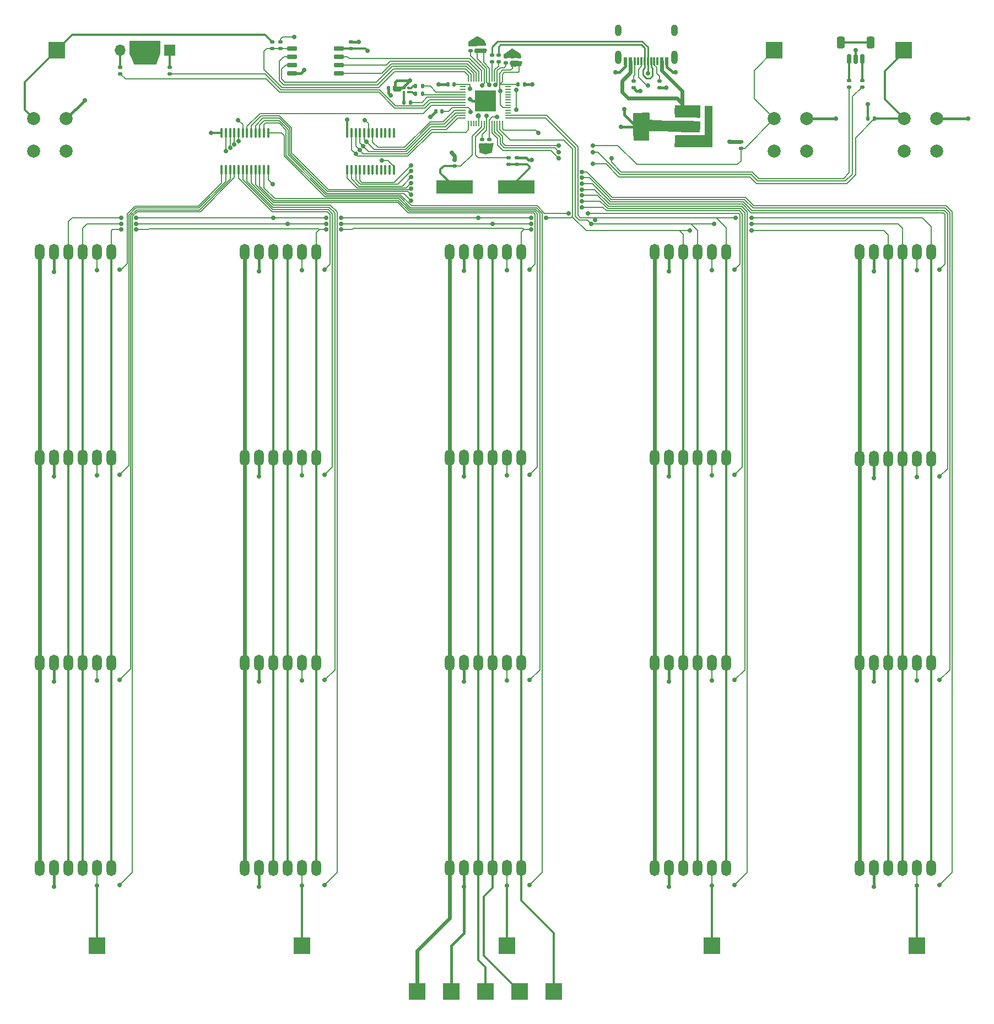
<source format=gbr>
%TF.GenerationSoftware,KiCad,Pcbnew,(6.0.10)*%
%TF.CreationDate,2023-03-03T22:29:42-05:00*%
%TF.ProjectId,master_board,6d617374-6572-45f6-926f-6172642e6b69,rev?*%
%TF.SameCoordinates,Original*%
%TF.FileFunction,Copper,L1,Top*%
%TF.FilePolarity,Positive*%
%FSLAX46Y46*%
G04 Gerber Fmt 4.6, Leading zero omitted, Abs format (unit mm)*
G04 Created by KiCad (PCBNEW (6.0.10)) date 2023-03-03 22:29:42*
%MOMM*%
%LPD*%
G01*
G04 APERTURE LIST*
G04 Aperture macros list*
%AMRoundRect*
0 Rectangle with rounded corners*
0 $1 Rounding radius*
0 $2 $3 $4 $5 $6 $7 $8 $9 X,Y pos of 4 corners*
0 Add a 4 corners polygon primitive as box body*
4,1,4,$2,$3,$4,$5,$6,$7,$8,$9,$2,$3,0*
0 Add four circle primitives for the rounded corners*
1,1,$1+$1,$2,$3*
1,1,$1+$1,$4,$5*
1,1,$1+$1,$6,$7*
1,1,$1+$1,$8,$9*
0 Add four rect primitives between the rounded corners*
20,1,$1+$1,$2,$3,$4,$5,0*
20,1,$1+$1,$4,$5,$6,$7,0*
20,1,$1+$1,$6,$7,$8,$9,0*
20,1,$1+$1,$8,$9,$2,$3,0*%
G04 Aperture macros list end*
%TA.AperFunction,SMDPad,CuDef*%
%ADD10R,0.600000X1.150000*%
%TD*%
%TA.AperFunction,SMDPad,CuDef*%
%ADD11R,0.300000X1.150000*%
%TD*%
%TA.AperFunction,ComponentPad*%
%ADD12O,1.000000X1.800000*%
%TD*%
%TA.AperFunction,ComponentPad*%
%ADD13O,1.000000X2.100000*%
%TD*%
%TA.AperFunction,SMDPad,CuDef*%
%ADD14RoundRect,0.135000X0.185000X-0.135000X0.185000X0.135000X-0.185000X0.135000X-0.185000X-0.135000X0*%
%TD*%
%TA.AperFunction,SMDPad,CuDef*%
%ADD15R,2.500000X2.500000*%
%TD*%
%TA.AperFunction,SMDPad,CuDef*%
%ADD16RoundRect,0.140000X0.170000X-0.140000X0.170000X0.140000X-0.170000X0.140000X-0.170000X-0.140000X0*%
%TD*%
%TA.AperFunction,ComponentPad*%
%ADD17O,1.500000X2.500000*%
%TD*%
%TA.AperFunction,SMDPad,CuDef*%
%ADD18RoundRect,0.140000X-0.170000X0.140000X-0.170000X-0.140000X0.170000X-0.140000X0.170000X0.140000X0*%
%TD*%
%TA.AperFunction,SMDPad,CuDef*%
%ADD19RoundRect,0.140000X-0.140000X-0.170000X0.140000X-0.170000X0.140000X0.170000X-0.140000X0.170000X0*%
%TD*%
%TA.AperFunction,SMDPad,CuDef*%
%ADD20RoundRect,0.135000X0.135000X0.185000X-0.135000X0.185000X-0.135000X-0.185000X0.135000X-0.185000X0*%
%TD*%
%TA.AperFunction,SMDPad,CuDef*%
%ADD21RoundRect,0.050000X-0.387500X-0.050000X0.387500X-0.050000X0.387500X0.050000X-0.387500X0.050000X0*%
%TD*%
%TA.AperFunction,SMDPad,CuDef*%
%ADD22RoundRect,0.050000X-0.050000X-0.387500X0.050000X-0.387500X0.050000X0.387500X-0.050000X0.387500X0*%
%TD*%
%TA.AperFunction,SMDPad,CuDef*%
%ADD23R,3.200000X3.200000*%
%TD*%
%TA.AperFunction,SMDPad,CuDef*%
%ADD24RoundRect,0.250000X0.250000X0.475000X-0.250000X0.475000X-0.250000X-0.475000X0.250000X-0.475000X0*%
%TD*%
%TA.AperFunction,SMDPad,CuDef*%
%ADD25RoundRect,0.135000X-0.185000X0.135000X-0.185000X-0.135000X0.185000X-0.135000X0.185000X0.135000X0*%
%TD*%
%TA.AperFunction,ComponentPad*%
%ADD26C,2.000000*%
%TD*%
%TA.AperFunction,SMDPad,CuDef*%
%ADD27RoundRect,0.250000X-0.250000X-0.475000X0.250000X-0.475000X0.250000X0.475000X-0.250000X0.475000X0*%
%TD*%
%TA.AperFunction,SMDPad,CuDef*%
%ADD28RoundRect,0.135000X-0.135000X-0.185000X0.135000X-0.185000X0.135000X0.185000X-0.135000X0.185000X0*%
%TD*%
%TA.AperFunction,SMDPad,CuDef*%
%ADD29R,5.600000X2.100000*%
%TD*%
%TA.AperFunction,ComponentPad*%
%ADD30R,1.700000X1.700000*%
%TD*%
%TA.AperFunction,ComponentPad*%
%ADD31O,1.700000X1.700000*%
%TD*%
%TA.AperFunction,SMDPad,CuDef*%
%ADD32R,0.320000X0.320000*%
%TD*%
%TA.AperFunction,SMDPad,CuDef*%
%ADD33RoundRect,0.140000X0.140000X0.170000X-0.140000X0.170000X-0.140000X-0.170000X0.140000X-0.170000X0*%
%TD*%
%TA.AperFunction,SMDPad,CuDef*%
%ADD34RoundRect,0.150000X-0.150000X-0.625000X0.150000X-0.625000X0.150000X0.625000X-0.150000X0.625000X0*%
%TD*%
%TA.AperFunction,SMDPad,CuDef*%
%ADD35RoundRect,0.250000X-0.350000X-0.650000X0.350000X-0.650000X0.350000X0.650000X-0.350000X0.650000X0*%
%TD*%
%TA.AperFunction,SMDPad,CuDef*%
%ADD36R,2.000000X1.500000*%
%TD*%
%TA.AperFunction,SMDPad,CuDef*%
%ADD37R,2.000000X3.800000*%
%TD*%
%TA.AperFunction,SMDPad,CuDef*%
%ADD38RoundRect,0.100000X0.100000X-0.637500X0.100000X0.637500X-0.100000X0.637500X-0.100000X-0.637500X0*%
%TD*%
%TA.AperFunction,SMDPad,CuDef*%
%ADD39RoundRect,0.150000X-0.650000X-0.150000X0.650000X-0.150000X0.650000X0.150000X-0.650000X0.150000X0*%
%TD*%
%TA.AperFunction,ViaPad*%
%ADD40C,0.700000*%
%TD*%
%TA.AperFunction,ViaPad*%
%ADD41C,0.800000*%
%TD*%
%TA.AperFunction,Conductor*%
%ADD42C,0.600000*%
%TD*%
%TA.AperFunction,Conductor*%
%ADD43C,0.200000*%
%TD*%
%TA.AperFunction,Conductor*%
%ADD44C,0.400000*%
%TD*%
%TA.AperFunction,Conductor*%
%ADD45C,0.300000*%
%TD*%
%TA.AperFunction,Conductor*%
%ADD46C,0.150000*%
%TD*%
%TA.AperFunction,Conductor*%
%ADD47C,0.261100*%
%TD*%
G04 APERTURE END LIST*
D10*
%TO.P,J2,A1,GND*%
%TO.N,GND*%
X122900000Y-24180000D03*
%TO.P,J2,A4,VBUS*%
%TO.N,VBUS*%
X122100000Y-24180000D03*
D11*
%TO.P,J2,A5,CC1*%
%TO.N,/CC1_USB*%
X120950000Y-24180000D03*
%TO.P,J2,A6,D+*%
%TO.N,/USB_D+*%
X119950000Y-24180000D03*
%TO.P,J2,A7,D-*%
%TO.N,/USB_D-*%
X119450000Y-24180000D03*
%TO.P,J2,A8,SBU1*%
%TO.N,unconnected-(J2-PadA8)*%
X118450000Y-24180000D03*
D10*
%TO.P,J2,A9,VBUS*%
%TO.N,VBUS*%
X117300000Y-24180000D03*
%TO.P,J2,A12,GND*%
%TO.N,GND*%
X116500000Y-24180000D03*
%TO.P,J2,B1,GND*%
X116500000Y-24180000D03*
%TO.P,J2,B4,VBUS*%
%TO.N,VBUS*%
X117300000Y-24180000D03*
D11*
%TO.P,J2,B5,CC2*%
%TO.N,/CC2_USB*%
X117950000Y-24180000D03*
%TO.P,J2,B6,D+*%
%TO.N,/USB_D+*%
X118950000Y-24180000D03*
%TO.P,J2,B7,D-*%
%TO.N,/USB_D-*%
X120450000Y-24180000D03*
%TO.P,J2,B8,SBU2*%
%TO.N,unconnected-(J2-PadB8)*%
X121450000Y-24180000D03*
D10*
%TO.P,J2,B9,VBUS*%
%TO.N,VBUS*%
X122100000Y-24180000D03*
%TO.P,J2,B12,GND*%
%TO.N,GND*%
X122900000Y-24180000D03*
D12*
%TO.P,J2,S1,SHIELD*%
X115380000Y-19425000D03*
D13*
X124020000Y-23605000D03*
D12*
X124020000Y-19425000D03*
D13*
X115380000Y-23605000D03*
%TD*%
D14*
%TO.P,R15,1*%
%TO.N,/HAP_L*%
X38900000Y-26110000D03*
%TO.P,R15,2*%
%TO.N,/CONN_HAP_L*%
X38900000Y-25090000D03*
%TD*%
D15*
%TO.P,TP7,1,1*%
%TO.N,SPI0_SCLK*%
X100250000Y-167000000D03*
%TD*%
D14*
%TO.P,R13,1*%
%TO.N,/XTAL_OUT_PRE*%
X98600000Y-40010000D03*
%TO.P,R13,2*%
%TO.N,/XTAL_OUT*%
X98600000Y-38990000D03*
%TD*%
D16*
%TO.P,C7,1*%
%TO.N,+3V3*%
X99154913Y-24433027D03*
%TO.P,C7,2*%
%TO.N,GND*%
X99154913Y-23473027D03*
%TD*%
D17*
%TO.P,M6,1,Pin_1*%
%TO.N,+3V3*%
X58000000Y-116500000D03*
%TO.P,M6,2,Pin_2*%
%TO.N,GND*%
X60200000Y-116500000D03*
%TO.P,M6,3,Pin_3*%
%TO.N,SPI0_RX*%
X62400000Y-116500000D03*
%TO.P,M6,4,Pin_4*%
%TO.N,SPI0_SCLK*%
X64600000Y-116500000D03*
%TO.P,M6,5,Pin_5*%
%TO.N,/5-to-32/SPI_CSN6*%
X66800000Y-116500000D03*
%TO.P,M6,6,Pin_6*%
%TO.N,SPI0_TX*%
X69000000Y-116500000D03*
%TD*%
D18*
%TO.P,C12,1*%
%TO.N,GND*%
X90300000Y-39320000D03*
%TO.P,C12,2*%
%TO.N,/XTAL_IN*%
X90300000Y-40280000D03*
%TD*%
D19*
%TO.P,C9,1*%
%TO.N,+3V3*%
X100020000Y-27700000D03*
%TO.P,C9,2*%
%TO.N,GND*%
X100980000Y-27700000D03*
%TD*%
D15*
%TO.P,TP2,1,1*%
%TO.N,/RUN_N*%
X139400000Y-22500000D03*
%TD*%
D20*
%TO.P,R2,1*%
%TO.N,/LED_G*%
X85310000Y-29200000D03*
%TO.P,R2,2*%
%TO.N,/LG*%
X84290000Y-29200000D03*
%TD*%
D17*
%TO.P,M18,1,Pin_1*%
%TO.N,+3V3*%
X152500000Y-116500000D03*
%TO.P,M18,2,Pin_2*%
%TO.N,GND*%
X154700000Y-116500000D03*
%TO.P,M18,3,Pin_3*%
%TO.N,SPI0_RX*%
X156900000Y-116500000D03*
%TO.P,M18,4,Pin_4*%
%TO.N,SPI0_SCLK*%
X159100000Y-116500000D03*
%TO.P,M18,5,Pin_5*%
%TO.N,/5-to-32/SPI_CSN18*%
X161300000Y-116500000D03*
%TO.P,M18,6,Pin_6*%
%TO.N,SPI0_TX*%
X163500000Y-116500000D03*
%TD*%
D14*
%TO.P,R14,1*%
%TO.N,/QSPI_NSS*%
X63500000Y-22250000D03*
%TO.P,R14,2*%
%TO.N,+3V3*%
X63500000Y-21230000D03*
%TD*%
D21*
%TO.P,U2,1,IOVDD*%
%TO.N,+3V3*%
X91562500Y-27700000D03*
%TO.P,U2,2,GPIO0*%
%TO.N,unconnected-(U2-Pad2)*%
X91562500Y-28100000D03*
%TO.P,U2,3,GPIO1*%
%TO.N,unconnected-(U2-Pad3)*%
X91562500Y-28500000D03*
%TO.P,U2,4,GPIO2*%
%TO.N,/LED_R*%
X91562500Y-28900000D03*
%TO.P,U2,5,GPIO3*%
%TO.N,/LED_G*%
X91562500Y-29300000D03*
%TO.P,U2,6,GPIO4*%
%TO.N,/LED_B*%
X91562500Y-29700000D03*
%TO.P,U2,7,GPIO5*%
%TO.N,/HAP_R*%
X91562500Y-30100000D03*
%TO.P,U2,8,GPIO6*%
%TO.N,/HAP_L*%
X91562500Y-30500000D03*
%TO.P,U2,9,GPIO7*%
%TO.N,E0N_A*%
X91562500Y-30900000D03*
%TO.P,U2,10,IOVDD*%
%TO.N,+3V3*%
X91562500Y-31300000D03*
%TO.P,U2,11,GPIO8*%
%TO.N,E0N_B*%
X91562500Y-31700000D03*
%TO.P,U2,12,GPIO9*%
%TO.N,A3*%
X91562500Y-32100000D03*
%TO.P,U2,13,GPIO10*%
%TO.N,A2*%
X91562500Y-32500000D03*
%TO.P,U2,14,GPIO11*%
%TO.N,A1*%
X91562500Y-32900000D03*
D22*
%TO.P,U2,15,GPIO12*%
%TO.N,A0*%
X92400000Y-33737500D03*
%TO.P,U2,16,GPIO13*%
%TO.N,unconnected-(U2-Pad16)*%
X92800000Y-33737500D03*
%TO.P,U2,17,GPIO14*%
%TO.N,unconnected-(U2-Pad17)*%
X93200000Y-33737500D03*
%TO.P,U2,18,GPIO15*%
%TO.N,unconnected-(U2-Pad18)*%
X93600000Y-33737500D03*
%TO.P,U2,19,TESTEN*%
%TO.N,GND*%
X94000000Y-33737500D03*
%TO.P,U2,20,XIN*%
%TO.N,/XTAL_IN*%
X94400000Y-33737500D03*
%TO.P,U2,21,XOUT*%
%TO.N,/XTAL_OUT*%
X94800000Y-33737500D03*
%TO.P,U2,22,IOVDD*%
%TO.N,+3V3*%
X95200000Y-33737500D03*
%TO.P,U2,23,DVDD*%
%TO.N,+1V1*%
X95600000Y-33737500D03*
%TO.P,U2,24,SWCLK*%
%TO.N,/SWCLK*%
X96000000Y-33737500D03*
%TO.P,U2,25,SWD*%
%TO.N,/SWDIO*%
X96400000Y-33737500D03*
%TO.P,U2,26,RUN*%
%TO.N,/RUN_N*%
X96800000Y-33737500D03*
%TO.P,U2,27,GPIO16*%
%TO.N,SPI0_RX*%
X97200000Y-33737500D03*
%TO.P,U2,28,GPIO17*%
%TO.N,/RESCAN_N*%
X97600000Y-33737500D03*
D21*
%TO.P,U2,29,GPIO18*%
%TO.N,SPI0_SCLK*%
X98437500Y-32900000D03*
%TO.P,U2,30,GPIO19*%
%TO.N,SPI0_TX*%
X98437500Y-32500000D03*
%TO.P,U2,31,GPIO20*%
%TO.N,unconnected-(U2-Pad31)*%
X98437500Y-32100000D03*
%TO.P,U2,32,GPIO21*%
%TO.N,unconnected-(U2-Pad32)*%
X98437500Y-31700000D03*
%TO.P,U2,33,IOVDD*%
%TO.N,+3V3*%
X98437500Y-31300000D03*
%TO.P,U2,34,GPIO22*%
%TO.N,unconnected-(U2-Pad34)*%
X98437500Y-30900000D03*
%TO.P,U2,35,GPIO23*%
%TO.N,unconnected-(U2-Pad35)*%
X98437500Y-30500000D03*
%TO.P,U2,36,GPIO24*%
%TO.N,unconnected-(U2-Pad36)*%
X98437500Y-30100000D03*
%TO.P,U2,37,GPIO25*%
%TO.N,unconnected-(U2-Pad37)*%
X98437500Y-29700000D03*
%TO.P,U2,38,GPIO26_ADC0*%
%TO.N,unconnected-(U2-Pad38)*%
X98437500Y-29300000D03*
%TO.P,U2,39,GPIO27_ADC1*%
%TO.N,unconnected-(U2-Pad39)*%
X98437500Y-28900000D03*
%TO.P,U2,40,GPIO28_ADC2*%
%TO.N,unconnected-(U2-Pad40)*%
X98437500Y-28500000D03*
%TO.P,U2,41,GPIO29_ADC3*%
%TO.N,unconnected-(U2-Pad41)*%
X98437500Y-28100000D03*
%TO.P,U2,42,IOVDD*%
%TO.N,+3V3*%
X98437500Y-27700000D03*
D22*
%TO.P,U2,43,ADC_AVDD*%
X97600000Y-26862500D03*
%TO.P,U2,44,VREG_IN*%
X97200000Y-26862500D03*
%TO.P,U2,45,VREG_VOUT*%
%TO.N,+1V1*%
X96800000Y-26862500D03*
%TO.P,U2,46,USB_DM*%
%TO.N,/USB_D-I*%
X96400000Y-26862500D03*
%TO.P,U2,47,USB_DP*%
%TO.N,/USB_D+I*%
X96000000Y-26862500D03*
%TO.P,U2,48,USB_VDD*%
%TO.N,+3V3*%
X95600000Y-26862500D03*
%TO.P,U2,49,IOVDD*%
X95200000Y-26862500D03*
%TO.P,U2,50,DVDD*%
%TO.N,+1V1*%
X94800000Y-26862500D03*
%TO.P,U2,51,QSPI_SD3*%
%TO.N,/QSPI_SD3*%
X94400000Y-26862500D03*
%TO.P,U2,52,QSPI_SCLK*%
%TO.N,/QSPI_SCLK*%
X94000000Y-26862500D03*
%TO.P,U2,53,QSPI_SD0*%
%TO.N,/QSPI_SD0*%
X93600000Y-26862500D03*
%TO.P,U2,54,QSPI_SD2*%
%TO.N,/QSPI_SD2*%
X93200000Y-26862500D03*
%TO.P,U2,55,QSPI_SD1*%
%TO.N,/QSPI_SD1*%
X92800000Y-26862500D03*
%TO.P,U2,56,QSPI_SS*%
%TO.N,/QSPI_NSS*%
X92400000Y-26862500D03*
D23*
%TO.P,U2,57,GND*%
%TO.N,GND*%
X95000000Y-30300000D03*
%TD*%
D17*
%TO.P,M7,1,Pin_1*%
%TO.N,+3V3*%
X58000000Y-148000000D03*
%TO.P,M7,2,Pin_2*%
%TO.N,GND*%
X60200000Y-148000000D03*
%TO.P,M7,3,Pin_3*%
%TO.N,SPI0_RX*%
X62400000Y-148000000D03*
%TO.P,M7,4,Pin_4*%
%TO.N,SPI0_SCLK*%
X64600000Y-148000000D03*
%TO.P,M7,5,Pin_5*%
%TO.N,/5-to-32/SPI_CSN7*%
X66800000Y-148000000D03*
%TO.P,M7,6,Pin_6*%
%TO.N,SPI0_TX*%
X69000000Y-148000000D03*
%TD*%
D24*
%TO.P,C2,1*%
%TO.N,GND*%
X129275000Y-34250000D03*
%TO.P,C2,2*%
%TO.N,+3V3*%
X127375000Y-34250000D03*
%TD*%
D20*
%TO.P,R1,1*%
%TO.N,/LED_R*%
X85310000Y-28000000D03*
%TO.P,R1,2*%
%TO.N,/LR*%
X84290000Y-28000000D03*
%TD*%
D25*
%TO.P,R6,1*%
%TO.N,/CC1_USB*%
X121750000Y-27240000D03*
%TO.P,R6,2*%
%TO.N,GND*%
X121750000Y-28260000D03*
%TD*%
D18*
%TO.P,C13,1*%
%TO.N,GND*%
X99800000Y-39020000D03*
%TO.P,C13,2*%
%TO.N,/XTAL_OUT_PRE*%
X99800000Y-39980000D03*
%TD*%
D25*
%TO.P,R10,1*%
%TO.N,/USB_D-*%
X97000000Y-23240000D03*
%TO.P,R10,2*%
%TO.N,/USB_D-I*%
X97000000Y-24260000D03*
%TD*%
D17*
%TO.P,M9,1,Pin_1*%
%TO.N,+3V3*%
X89500000Y-85000000D03*
%TO.P,M9,2,Pin_2*%
%TO.N,GND*%
X91700000Y-85000000D03*
%TO.P,M9,3,Pin_3*%
%TO.N,SPI0_RX*%
X93900000Y-85000000D03*
%TO.P,M9,4,Pin_4*%
%TO.N,SPI0_SCLK*%
X96100000Y-85000000D03*
%TO.P,M9,5,Pin_5*%
%TO.N,/5-to-32/SPI_CSN9*%
X98300000Y-85000000D03*
%TO.P,M9,6,Pin_6*%
%TO.N,SPI0_TX*%
X100500000Y-85000000D03*
%TD*%
D26*
%TO.P,SW1,1,1*%
%TO.N,/RESCAN_N*%
X159350000Y-33000000D03*
%TO.P,SW1,2,2*%
%TO.N,GND*%
X164350000Y-33000000D03*
%TO.P,SW1,3*%
%TO.N,N/C*%
X159350000Y-38000000D03*
%TO.P,SW1,4*%
X164350000Y-38000000D03*
%TD*%
D16*
%TO.P,C6,1*%
%TO.N,+1V1*%
X98154913Y-24433027D03*
%TO.P,C6,2*%
%TO.N,GND*%
X98154913Y-23473027D03*
%TD*%
D25*
%TO.P,R4,1*%
%TO.N,/CONN_SWDIO*%
X152900000Y-27090000D03*
%TO.P,R4,2*%
%TO.N,/SWDIO*%
X152900000Y-28110000D03*
%TD*%
D17*
%TO.P,M5,1,Pin_1*%
%TO.N,+3V3*%
X58000000Y-85000000D03*
%TO.P,M5,2,Pin_2*%
%TO.N,GND*%
X60200000Y-85000000D03*
%TO.P,M5,3,Pin_3*%
%TO.N,SPI0_RX*%
X62400000Y-85000000D03*
%TO.P,M5,4,Pin_4*%
%TO.N,SPI0_SCLK*%
X64600000Y-85000000D03*
%TO.P,M5,5,Pin_5*%
%TO.N,/5-to-32/SPI_CSN5*%
X66800000Y-85000000D03*
%TO.P,M5,6,Pin_6*%
%TO.N,SPI0_TX*%
X69000000Y-85000000D03*
%TD*%
%TO.P,M0,1,Pin_1*%
%TO.N,+3V3*%
X26500000Y-53500000D03*
%TO.P,M0,2,Pin_2*%
%TO.N,GND*%
X28700000Y-53500000D03*
%TO.P,M0,3,Pin_3*%
%TO.N,SPI0_RX*%
X30900000Y-53500000D03*
%TO.P,M0,4,Pin_4*%
%TO.N,SPI0_SCLK*%
X33100000Y-53500000D03*
%TO.P,M0,5,Pin_5*%
%TO.N,/5-to-32/SPI_CSN0*%
X35300000Y-53500000D03*
%TO.P,M0,6,Pin_6*%
%TO.N,SPI0_TX*%
X37500000Y-53500000D03*
%TD*%
%TO.P,M4,1,Pin_1*%
%TO.N,+3V3*%
X58000000Y-53500000D03*
%TO.P,M4,2,Pin_2*%
%TO.N,GND*%
X60200000Y-53500000D03*
%TO.P,M4,3,Pin_3*%
%TO.N,SPI0_RX*%
X62400000Y-53500000D03*
%TO.P,M4,4,Pin_4*%
%TO.N,SPI0_SCLK*%
X64600000Y-53500000D03*
%TO.P,M4,5,Pin_5*%
%TO.N,/5-to-32/SPI_CSN4*%
X66800000Y-53500000D03*
%TO.P,M4,6,Pin_6*%
%TO.N,SPI0_TX*%
X69000000Y-53500000D03*
%TD*%
D20*
%TO.P,R3,1*%
%TO.N,/LED_B*%
X83510000Y-30500000D03*
%TO.P,R3,2*%
%TO.N,/LB*%
X82490000Y-30500000D03*
%TD*%
D16*
%TO.P,C8,1*%
%TO.N,+3V3*%
X100154913Y-24426769D03*
%TO.P,C8,2*%
%TO.N,GND*%
X100154913Y-23466769D03*
%TD*%
D15*
%TO.P,TP4,1,1*%
%TO.N,+3V3*%
X84500000Y-167000000D03*
%TD*%
D16*
%TO.P,C16,1*%
%TO.N,+3V3*%
X94712859Y-22521473D03*
%TO.P,C16,2*%
%TO.N,GND*%
X94712859Y-21561473D03*
%TD*%
D27*
%TO.P,C1,1*%
%TO.N,VBUS*%
X127375000Y-31875000D03*
%TO.P,C1,2*%
%TO.N,GND*%
X129275000Y-31875000D03*
%TD*%
D15*
%TO.P,TP1,1,1*%
%TO.N,/RESCAN_N*%
X159300000Y-22500000D03*
%TD*%
%TO.P,TP8,1,1*%
%TO.N,SPI0_TX*%
X105500000Y-167000000D03*
%TD*%
D16*
%TO.P,C15,1*%
%TO.N,+3V3*%
X93712859Y-22521473D03*
%TO.P,C15,2*%
%TO.N,GND*%
X93712859Y-21561473D03*
%TD*%
D17*
%TO.P,M2,1,Pin_1*%
%TO.N,+3V3*%
X26500000Y-116500000D03*
%TO.P,M2,2,Pin_2*%
%TO.N,GND*%
X28700000Y-116500000D03*
%TO.P,M2,3,Pin_3*%
%TO.N,SPI0_RX*%
X30900000Y-116500000D03*
%TO.P,M2,4,Pin_4*%
%TO.N,SPI0_SCLK*%
X33100000Y-116500000D03*
%TO.P,M2,5,Pin_5*%
%TO.N,/5-to-32/SPI_CSN2*%
X35300000Y-116500000D03*
%TO.P,M2,6,Pin_6*%
%TO.N,SPI0_TX*%
X37500000Y-116500000D03*
%TD*%
%TO.P,M17,1,Pin_1*%
%TO.N,+3V3*%
X152500000Y-85250000D03*
%TO.P,M17,2,Pin_2*%
%TO.N,GND*%
X154700000Y-85250000D03*
%TO.P,M17,3,Pin_3*%
%TO.N,SPI0_RX*%
X156900000Y-85250000D03*
%TO.P,M17,4,Pin_4*%
%TO.N,SPI0_SCLK*%
X159100000Y-85250000D03*
%TO.P,M17,5,Pin_5*%
%TO.N,/5-to-32/SPI_CSN17*%
X161300000Y-85250000D03*
%TO.P,M17,6,Pin_6*%
%TO.N,SPI0_TX*%
X163500000Y-85250000D03*
%TD*%
%TO.P,M3,1,Pin_1*%
%TO.N,+3V3*%
X26500000Y-148000000D03*
%TO.P,M3,2,Pin_2*%
%TO.N,GND*%
X28700000Y-148000000D03*
%TO.P,M3,3,Pin_3*%
%TO.N,SPI0_RX*%
X30900000Y-148000000D03*
%TO.P,M3,4,Pin_4*%
%TO.N,SPI0_SCLK*%
X33100000Y-148000000D03*
%TO.P,M3,5,Pin_5*%
%TO.N,/5-to-32/SPI_CSN3*%
X35300000Y-148000000D03*
%TO.P,M3,6,Pin_6*%
%TO.N,SPI0_TX*%
X37500000Y-148000000D03*
%TD*%
%TO.P,M16,1,Pin_1*%
%TO.N,+3V3*%
X152500000Y-53500000D03*
%TO.P,M16,2,Pin_2*%
%TO.N,GND*%
X154700000Y-53500000D03*
%TO.P,M16,3,Pin_3*%
%TO.N,SPI0_RX*%
X156900000Y-53500000D03*
%TO.P,M16,4,Pin_4*%
%TO.N,SPI0_SCLK*%
X159100000Y-53500000D03*
%TO.P,M16,5,Pin_5*%
%TO.N,/5-to-32/SPI_CSN16*%
X161300000Y-53500000D03*
%TO.P,M16,6,Pin_6*%
%TO.N,SPI0_TX*%
X163500000Y-53500000D03*
%TD*%
D25*
%TO.P,R12,1*%
%TO.N,/BOOTSEL_N*%
X62250000Y-21230000D03*
%TO.P,R12,2*%
%TO.N,/QSPI_NSS*%
X62250000Y-22250000D03*
%TD*%
D28*
%TO.P,R8,1*%
%TO.N,+3V3*%
X153790000Y-33000000D03*
%TO.P,R8,2*%
%TO.N,/RESCAN_N*%
X154810000Y-33000000D03*
%TD*%
D25*
%TO.P,R5,1*%
%TO.N,/CONN_SWCLK*%
X150900000Y-27090000D03*
%TO.P,R5,2*%
%TO.N,/SWCLK*%
X150900000Y-28110000D03*
%TD*%
D14*
%TO.P,R16,1*%
%TO.N,/HAP_R*%
X46520000Y-26110000D03*
%TO.P,R16,2*%
%TO.N,/CONN_HAP_R*%
X46520000Y-25090000D03*
%TD*%
D15*
%TO.P,TP9,1,1*%
%TO.N,/5-to-32/SPI_CSN3*%
X35300000Y-160000000D03*
%TD*%
%TO.P,TP12,1,1*%
%TO.N,/5-to-32/SPI_CSN15*%
X129800000Y-160000000D03*
%TD*%
D29*
%TO.P,Y1,1,1*%
%TO.N,/XTAL_OUT_PRE*%
X99750000Y-43500000D03*
%TO.P,Y1,2,2*%
%TO.N,/XTAL_IN*%
X90250000Y-43500000D03*
%TD*%
D18*
%TO.P,C4,1*%
%TO.N,+1V1*%
X95600000Y-36220000D03*
%TO.P,C4,2*%
%TO.N,GND*%
X95600000Y-37180000D03*
%TD*%
D30*
%TO.P,J3,1,Pin_1*%
%TO.N,/CONN_HAP_R*%
X46500000Y-22500000D03*
D31*
%TO.P,J3,2,Pin_2*%
%TO.N,GND*%
X43960000Y-22500000D03*
%TO.P,J3,3,Pin_3*%
X41420000Y-22500000D03*
%TO.P,J3,4,Pin_4*%
%TO.N,/CONN_HAP_L*%
X38880000Y-22500000D03*
%TD*%
D17*
%TO.P,M15,1,Pin_1*%
%TO.N,+3V3*%
X121000000Y-148000000D03*
%TO.P,M15,2,Pin_2*%
%TO.N,GND*%
X123200000Y-148000000D03*
%TO.P,M15,3,Pin_3*%
%TO.N,SPI0_RX*%
X125400000Y-148000000D03*
%TO.P,M15,4,Pin_4*%
%TO.N,SPI0_SCLK*%
X127600000Y-148000000D03*
%TO.P,M15,5,Pin_5*%
%TO.N,/5-to-32/SPI_CSN15*%
X129800000Y-148000000D03*
%TO.P,M15,6,Pin_6*%
%TO.N,SPI0_TX*%
X132000000Y-148000000D03*
%TD*%
D32*
%TO.P,D1,1,B*%
%TO.N,/LB*%
X82470000Y-28930000D03*
%TO.P,D1,2,G*%
%TO.N,/LG*%
X83130000Y-28930000D03*
%TO.P,D1,3,R*%
%TO.N,/LR*%
X83130000Y-28270000D03*
%TO.P,D1,4,A*%
%TO.N,+3V3*%
X82470000Y-28270000D03*
%TD*%
D17*
%TO.P,M12,1,Pin_1*%
%TO.N,+3V3*%
X121000000Y-53500000D03*
%TO.P,M12,2,Pin_2*%
%TO.N,GND*%
X123200000Y-53500000D03*
%TO.P,M12,3,Pin_3*%
%TO.N,SPI0_RX*%
X125400000Y-53500000D03*
%TO.P,M12,4,Pin_4*%
%TO.N,SPI0_SCLK*%
X127600000Y-53500000D03*
%TO.P,M12,5,Pin_5*%
%TO.N,/5-to-32/SPI_CSN12*%
X129800000Y-53500000D03*
%TO.P,M12,6,Pin_6*%
%TO.N,SPI0_TX*%
X132000000Y-53500000D03*
%TD*%
D25*
%TO.P,R7,1*%
%TO.N,/CC2_USB*%
X117750000Y-27240000D03*
%TO.P,R7,2*%
%TO.N,GND*%
X117750000Y-28260000D03*
%TD*%
D16*
%TO.P,C17,1*%
%TO.N,+3V3*%
X74350000Y-22180000D03*
%TO.P,C17,2*%
%TO.N,GND*%
X74350000Y-21220000D03*
%TD*%
D33*
%TO.P,C14,1*%
%TO.N,+3V3*%
X90180000Y-27700000D03*
%TO.P,C14,2*%
%TO.N,GND*%
X89220000Y-27700000D03*
%TD*%
D15*
%TO.P,TP3,1,1*%
%TO.N,/BOOTSEL_N*%
X29100000Y-22500000D03*
%TD*%
D17*
%TO.P,M10,1,Pin_1*%
%TO.N,+3V3*%
X89500000Y-116500000D03*
%TO.P,M10,2,Pin_2*%
%TO.N,GND*%
X91700000Y-116500000D03*
%TO.P,M10,3,Pin_3*%
%TO.N,SPI0_RX*%
X93900000Y-116500000D03*
%TO.P,M10,4,Pin_4*%
%TO.N,SPI0_SCLK*%
X96100000Y-116500000D03*
%TO.P,M10,5,Pin_5*%
%TO.N,/5-to-32/SPI_CSN10*%
X98300000Y-116500000D03*
%TO.P,M10,6,Pin_6*%
%TO.N,SPI0_TX*%
X100500000Y-116500000D03*
%TD*%
D25*
%TO.P,R9,1*%
%TO.N,/USB_D+*%
X96000000Y-23240000D03*
%TO.P,R9,2*%
%TO.N,/USB_D+I*%
X96000000Y-24260000D03*
%TD*%
D15*
%TO.P,TP13,1,1*%
%TO.N,/5-to-32/SPI_CSN19*%
X161300000Y-160000000D03*
%TD*%
D17*
%TO.P,M14,1,Pin_1*%
%TO.N,+3V3*%
X121000000Y-116500000D03*
%TO.P,M14,2,Pin_2*%
%TO.N,GND*%
X123200000Y-116500000D03*
%TO.P,M14,3,Pin_3*%
%TO.N,SPI0_RX*%
X125400000Y-116500000D03*
%TO.P,M14,4,Pin_4*%
%TO.N,SPI0_SCLK*%
X127600000Y-116500000D03*
%TO.P,M14,5,Pin_5*%
%TO.N,/5-to-32/SPI_CSN14*%
X129800000Y-116500000D03*
%TO.P,M14,6,Pin_6*%
%TO.N,SPI0_TX*%
X132000000Y-116500000D03*
%TD*%
D34*
%TO.P,J1,1,Pin_1*%
%TO.N,/CONN_SWCLK*%
X150900000Y-23825000D03*
%TO.P,J1,2,Pin_2*%
%TO.N,GND*%
X151900000Y-23825000D03*
%TO.P,J1,3,Pin_3*%
%TO.N,/CONN_SWDIO*%
X152900000Y-23825000D03*
D35*
%TO.P,J1,MP,MountPin*%
%TO.N,unconnected-(J1-PadMP)*%
X149600000Y-21300000D03*
X154200000Y-21300000D03*
%TD*%
D17*
%TO.P,M11,1,Pin_1*%
%TO.N,+3V3*%
X89500000Y-148000000D03*
%TO.P,M11,2,Pin_2*%
%TO.N,GND*%
X91700000Y-148000000D03*
%TO.P,M11,3,Pin_3*%
%TO.N,SPI0_RX*%
X93900000Y-148000000D03*
%TO.P,M11,4,Pin_4*%
%TO.N,SPI0_SCLK*%
X96100000Y-148000000D03*
%TO.P,M11,5,Pin_5*%
%TO.N,/5-to-32/SPI_CSN11*%
X98300000Y-148000000D03*
%TO.P,M11,6,Pin_6*%
%TO.N,SPI0_TX*%
X100500000Y-148000000D03*
%TD*%
D33*
%TO.P,C3,1*%
%TO.N,+3V3*%
X81080000Y-28350000D03*
%TO.P,C3,2*%
%TO.N,GND*%
X80120000Y-28350000D03*
%TD*%
D17*
%TO.P,M19,1,Pin_1*%
%TO.N,+3V3*%
X152500000Y-148000000D03*
%TO.P,M19,2,Pin_2*%
%TO.N,GND*%
X154700000Y-148000000D03*
%TO.P,M19,3,Pin_3*%
%TO.N,SPI0_RX*%
X156900000Y-148000000D03*
%TO.P,M19,4,Pin_4*%
%TO.N,SPI0_SCLK*%
X159100000Y-148000000D03*
%TO.P,M19,5,Pin_5*%
%TO.N,/5-to-32/SPI_CSN19*%
X161300000Y-148000000D03*
%TO.P,M19,6,Pin_6*%
%TO.N,SPI0_TX*%
X163500000Y-148000000D03*
%TD*%
%TO.P,M8,1,Pin_1*%
%TO.N,+3V3*%
X89500000Y-53500000D03*
%TO.P,M8,2,Pin_2*%
%TO.N,GND*%
X91700000Y-53500000D03*
%TO.P,M8,3,Pin_3*%
%TO.N,SPI0_RX*%
X93900000Y-53500000D03*
%TO.P,M8,4,Pin_4*%
%TO.N,SPI0_SCLK*%
X96100000Y-53500000D03*
%TO.P,M8,5,Pin_5*%
%TO.N,/5-to-32/SPI_CSN8*%
X98300000Y-53500000D03*
%TO.P,M8,6,Pin_6*%
%TO.N,SPI0_TX*%
X100500000Y-53500000D03*
%TD*%
D15*
%TO.P,TP5,1,1*%
%TO.N,GND*%
X89750000Y-167000000D03*
%TD*%
D17*
%TO.P,M13,1,Pin_1*%
%TO.N,+3V3*%
X121000000Y-85000000D03*
%TO.P,M13,2,Pin_2*%
%TO.N,GND*%
X123200000Y-85000000D03*
%TO.P,M13,3,Pin_3*%
%TO.N,SPI0_RX*%
X125400000Y-85000000D03*
%TO.P,M13,4,Pin_4*%
%TO.N,SPI0_SCLK*%
X127600000Y-85000000D03*
%TO.P,M13,5,Pin_5*%
%TO.N,/5-to-32/SPI_CSN13*%
X129800000Y-85000000D03*
%TO.P,M13,6,Pin_6*%
%TO.N,SPI0_TX*%
X132000000Y-85000000D03*
%TD*%
D36*
%TO.P,U1,1,GND*%
%TO.N,GND*%
X125200000Y-36500000D03*
%TO.P,U1,2,VO*%
%TO.N,+3V3*%
X125200000Y-34200000D03*
D37*
X118900000Y-34200000D03*
D36*
%TO.P,U1,3,VI*%
%TO.N,VBUS*%
X125200000Y-31900000D03*
%TD*%
D16*
%TO.P,C5,1*%
%TO.N,+1V1*%
X92712859Y-22521473D03*
%TO.P,C5,2*%
%TO.N,GND*%
X92712859Y-21561473D03*
%TD*%
D38*
%TO.P,U5,1,Y0N*%
%TO.N,/5-to-32/SPI_CSN16*%
X73775000Y-40862500D03*
%TO.P,U5,2,Y1N*%
%TO.N,/5-to-32/SPI_CSN17*%
X74425000Y-40862500D03*
%TO.P,U5,3,Y2N*%
%TO.N,/5-to-32/SPI_CSN18*%
X75075000Y-40862500D03*
%TO.P,U5,4,Y3N*%
%TO.N,/5-to-32/SPI_CSN19*%
X75725000Y-40862500D03*
%TO.P,U5,5,Y4N*%
%TO.N,unconnected-(U5-Pad5)*%
X76375000Y-40862500D03*
%TO.P,U5,6,Y5N*%
%TO.N,unconnected-(U5-Pad6)*%
X77025000Y-40862500D03*
%TO.P,U5,7,Y6N*%
%TO.N,unconnected-(U5-Pad7)*%
X77675000Y-40862500D03*
%TO.P,U5,8,Y7N*%
%TO.N,unconnected-(U5-Pad8)*%
X78325000Y-40862500D03*
%TO.P,U5,9,Y8N*%
%TO.N,unconnected-(U5-Pad9)*%
X78975000Y-40862500D03*
%TO.P,U5,10,Y9N*%
%TO.N,unconnected-(U5-Pad10)*%
X79625000Y-40862500D03*
%TO.P,U5,11,Y10N*%
%TO.N,unconnected-(U5-Pad11)*%
X80275000Y-40862500D03*
%TO.P,U5,12,GND*%
%TO.N,GND*%
X80925000Y-40862500D03*
%TO.P,U5,13,Y11N*%
%TO.N,unconnected-(U5-Pad13)*%
X80925000Y-35137500D03*
%TO.P,U5,14,Y12N*%
%TO.N,unconnected-(U5-Pad14)*%
X80275000Y-35137500D03*
%TO.P,U5,15,Y13N*%
%TO.N,unconnected-(U5-Pad15)*%
X79625000Y-35137500D03*
%TO.P,U5,16,Y14N*%
%TO.N,unconnected-(U5-Pad16)*%
X78975000Y-35137500D03*
%TO.P,U5,17,Y15N*%
%TO.N,unconnected-(U5-Pad17)*%
X78325000Y-35137500D03*
%TO.P,U5,18,E0N*%
%TO.N,E0N_B*%
X77675000Y-35137500D03*
%TO.P,U5,19,E1N*%
%TO.N,GND*%
X77025000Y-35137500D03*
%TO.P,U5,20,A3*%
%TO.N,A3*%
X76375000Y-35137500D03*
%TO.P,U5,21,A2*%
%TO.N,A2*%
X75725000Y-35137500D03*
%TO.P,U5,22,A1*%
%TO.N,A1*%
X75075000Y-35137500D03*
%TO.P,U5,23,A0*%
%TO.N,A0*%
X74425000Y-35137500D03*
%TO.P,U5,24,VCC*%
%TO.N,+3V3*%
X73775000Y-35137500D03*
%TD*%
D18*
%TO.P,C10,1*%
%TO.N,+3V3*%
X94500000Y-36220000D03*
%TO.P,C10,2*%
%TO.N,GND*%
X94500000Y-37180000D03*
%TD*%
D39*
%TO.P,U3,1,~{CS}*%
%TO.N,/QSPI_NSS*%
X65300000Y-22195000D03*
%TO.P,U3,2,DO(IO1)*%
%TO.N,/QSPI_SD1*%
X65300000Y-23465000D03*
%TO.P,U3,3,IO2*%
%TO.N,/QSPI_SD2*%
X65300000Y-24735000D03*
%TO.P,U3,4,GND*%
%TO.N,GND*%
X65300000Y-26005000D03*
%TO.P,U3,5,DI(IO0)*%
%TO.N,/QSPI_SD0*%
X72500000Y-26005000D03*
%TO.P,U3,6,CLK*%
%TO.N,/QSPI_SCLK*%
X72500000Y-24735000D03*
%TO.P,U3,7,IO3*%
%TO.N,/QSPI_SD3*%
X72500000Y-23465000D03*
%TO.P,U3,8,VCC*%
%TO.N,+3V3*%
X72500000Y-22195000D03*
%TD*%
D15*
%TO.P,TP11,1,1*%
%TO.N,/5-to-32/SPI_CSN11*%
X98300000Y-160000000D03*
%TD*%
D38*
%TO.P,U4,1,Y0N*%
%TO.N,/5-to-32/SPI_CSN0*%
X54475000Y-40862500D03*
%TO.P,U4,2,Y1N*%
%TO.N,/5-to-32/SPI_CSN1*%
X55125000Y-40862500D03*
%TO.P,U4,3,Y2N*%
%TO.N,/5-to-32/SPI_CSN2*%
X55775000Y-40862500D03*
%TO.P,U4,4,Y3N*%
%TO.N,/5-to-32/SPI_CSN3*%
X56425000Y-40862500D03*
%TO.P,U4,5,Y4N*%
%TO.N,/5-to-32/SPI_CSN4*%
X57075000Y-40862500D03*
%TO.P,U4,6,Y5N*%
%TO.N,/5-to-32/SPI_CSN5*%
X57725000Y-40862500D03*
%TO.P,U4,7,Y6N*%
%TO.N,/5-to-32/SPI_CSN6*%
X58375000Y-40862500D03*
%TO.P,U4,8,Y7N*%
%TO.N,/5-to-32/SPI_CSN7*%
X59025000Y-40862500D03*
%TO.P,U4,9,Y8N*%
%TO.N,/5-to-32/SPI_CSN8*%
X59675000Y-40862500D03*
%TO.P,U4,10,Y9N*%
%TO.N,/5-to-32/SPI_CSN9*%
X60325000Y-40862500D03*
%TO.P,U4,11,Y10N*%
%TO.N,/5-to-32/SPI_CSN10*%
X60975000Y-40862500D03*
%TO.P,U4,12,GND*%
%TO.N,GND*%
X61625000Y-40862500D03*
%TO.P,U4,13,Y11N*%
%TO.N,/5-to-32/SPI_CSN11*%
X61625000Y-35137500D03*
%TO.P,U4,14,Y12N*%
%TO.N,/5-to-32/SPI_CSN12*%
X60975000Y-35137500D03*
%TO.P,U4,15,Y13N*%
%TO.N,/5-to-32/SPI_CSN13*%
X60325000Y-35137500D03*
%TO.P,U4,16,Y14N*%
%TO.N,/5-to-32/SPI_CSN14*%
X59675000Y-35137500D03*
%TO.P,U4,17,Y15N*%
%TO.N,/5-to-32/SPI_CSN15*%
X59025000Y-35137500D03*
%TO.P,U4,18,E0N*%
%TO.N,E0N_A*%
X58375000Y-35137500D03*
%TO.P,U4,19,E1N*%
%TO.N,GND*%
X57725000Y-35137500D03*
%TO.P,U4,20,A3*%
%TO.N,A3*%
X57075000Y-35137500D03*
%TO.P,U4,21,A2*%
%TO.N,A2*%
X56425000Y-35137500D03*
%TO.P,U4,22,A1*%
%TO.N,A1*%
X55775000Y-35137500D03*
%TO.P,U4,23,A0*%
%TO.N,A0*%
X55125000Y-35137500D03*
%TO.P,U4,24,VCC*%
%TO.N,+3V3*%
X54475000Y-35137500D03*
%TD*%
D26*
%TO.P,SW2,1,1*%
%TO.N,/RUN_N*%
X139350000Y-33000000D03*
%TO.P,SW2,2,2*%
%TO.N,GND*%
X144350000Y-33000000D03*
%TO.P,SW2,3*%
%TO.N,N/C*%
X139350000Y-38000000D03*
%TO.P,SW2,4*%
X144350000Y-38000000D03*
%TD*%
D15*
%TO.P,TP6,1,1*%
%TO.N,SPI0_RX*%
X95000000Y-167000000D03*
%TD*%
D25*
%TO.P,R11,1*%
%TO.N,+3V3*%
X134250000Y-36490000D03*
%TO.P,R11,2*%
%TO.N,/RUN_N*%
X134250000Y-37510000D03*
%TD*%
D26*
%TO.P,SW3,1,1*%
%TO.N,/BOOTSEL_N*%
X25600000Y-33000000D03*
%TO.P,SW3,2,2*%
%TO.N,GND*%
X30600000Y-33000000D03*
%TO.P,SW3,3*%
%TO.N,N/C*%
X25600000Y-38000000D03*
%TO.P,SW3,4*%
X30600000Y-38000000D03*
%TD*%
D33*
%TO.P,C11,1*%
%TO.N,+3V3*%
X88330000Y-31875000D03*
%TO.P,C11,2*%
%TO.N,GND*%
X87370000Y-31875000D03*
%TD*%
D15*
%TO.P,TP10,1,1*%
%TO.N,/5-to-32/SPI_CSN7*%
X66800000Y-160000000D03*
%TD*%
D17*
%TO.P,M1,1,Pin_1*%
%TO.N,+3V3*%
X26500000Y-85000000D03*
%TO.P,M1,2,Pin_2*%
%TO.N,GND*%
X28700000Y-85000000D03*
%TO.P,M1,3,Pin_3*%
%TO.N,SPI0_RX*%
X30900000Y-85000000D03*
%TO.P,M1,4,Pin_4*%
%TO.N,SPI0_SCLK*%
X33100000Y-85000000D03*
%TO.P,M1,5,Pin_5*%
%TO.N,/5-to-32/SPI_CSN1*%
X35300000Y-85000000D03*
%TO.P,M1,6,Pin_6*%
%TO.N,SPI0_TX*%
X37500000Y-85000000D03*
%TD*%
D40*
%TO.N,GND*%
X80450000Y-29400000D03*
X154700000Y-150900000D03*
X67112500Y-25537500D03*
X89800000Y-38200000D03*
X148850000Y-33000000D03*
X87775000Y-27700000D03*
X43975000Y-24198436D03*
X127100000Y-36900000D03*
X60200000Y-119400000D03*
X60200000Y-150900000D03*
X91700000Y-87900000D03*
X57020000Y-33210000D03*
X91700000Y-150900000D03*
X123200000Y-119400000D03*
X60200000Y-87900000D03*
X76500000Y-33200000D03*
X151900000Y-22500000D03*
X154700000Y-56400000D03*
X91700000Y-119400000D03*
X123200000Y-87900000D03*
X28700000Y-150900000D03*
X118823500Y-28723500D03*
X129100000Y-35900000D03*
X124250000Y-25850000D03*
X123200000Y-56400000D03*
X33450000Y-30150000D03*
X127100000Y-35900000D03*
X128100000Y-35900000D03*
X62320000Y-43080000D03*
X115000000Y-25850000D03*
X86525000Y-32725000D03*
X95050000Y-38000000D03*
X41440000Y-24198436D03*
D41*
X93900000Y-32550000D03*
D40*
X123200000Y-150900000D03*
X102100000Y-39300000D03*
X169175000Y-33000000D03*
X28700000Y-56500000D03*
X28700000Y-87900000D03*
X60200000Y-56400000D03*
X129100000Y-36900000D03*
X79050000Y-39380000D03*
X128100000Y-36900000D03*
X92675000Y-29975000D03*
X75550000Y-21200000D03*
X93712859Y-20771473D03*
X91700000Y-56350000D03*
X154700000Y-119400000D03*
X154700000Y-88150000D03*
X122760000Y-28260000D03*
X99154913Y-22696769D03*
X28700000Y-119400000D03*
X102175000Y-27700000D03*
%TO.N,+3V3*%
X123000000Y-34150000D03*
X116350000Y-31500000D03*
X132500000Y-36500000D03*
X95175000Y-32525000D03*
X97300000Y-28750000D03*
X73770000Y-33180000D03*
X115790000Y-34200000D03*
X153800000Y-30800000D03*
X92675000Y-28425000D03*
X52870000Y-35140000D03*
X76850000Y-22525000D03*
X65650000Y-20425000D03*
X83400000Y-27100000D03*
X95625000Y-27825000D03*
X92700000Y-31975000D03*
%TO.N,+1V1*%
X94500000Y-27850000D03*
X96550500Y-27841017D03*
X99725000Y-28550000D03*
X99725000Y-31575000D03*
X96775000Y-32750500D03*
%TO.N,/USB_D+*%
X119950000Y-26050000D03*
X119950000Y-27900000D03*
%TO.N,/5-to-32/SPI_CSN0*%
X35300000Y-56225000D03*
X38750000Y-56200000D03*
%TO.N,SPI0_TX*%
X39025500Y-50024503D03*
X111850000Y-48525500D03*
X133450000Y-48175000D03*
X72824500Y-50024006D03*
X135875000Y-48175000D03*
X41324500Y-50024006D03*
X70525500Y-50024006D03*
X102025500Y-50023506D03*
%TO.N,SPI0_RX*%
X126425000Y-50175000D03*
X135875000Y-50175000D03*
X39025500Y-48225000D03*
X62400000Y-48225000D03*
X70525500Y-48225000D03*
X41324500Y-48225000D03*
X104324500Y-48175000D03*
X102025500Y-48224500D03*
X72824500Y-48225000D03*
X93900000Y-48225000D03*
%TO.N,SPI0_SCLK*%
X72824500Y-49124503D03*
X39025500Y-49125000D03*
X102025500Y-49124003D03*
X135875000Y-49175000D03*
X111225000Y-49175000D03*
X41324500Y-49124503D03*
X96099003Y-49124003D03*
X70525500Y-49124503D03*
X130100000Y-49175000D03*
X64575000Y-49125000D03*
%TO.N,/5-to-32/SPI_CSN1*%
X35300000Y-87725000D03*
X38750000Y-87700000D03*
%TO.N,/5-to-32/SPI_CSN2*%
X35300000Y-119225000D03*
X38750000Y-119200000D03*
%TO.N,/5-to-32/SPI_CSN3*%
X35300000Y-150725000D03*
X38750000Y-150700000D03*
%TO.N,/5-to-32/SPI_CSN4*%
X66800000Y-56225000D03*
X70250000Y-56200000D03*
%TO.N,/5-to-32/SPI_CSN5*%
X66800000Y-87725000D03*
X70250000Y-87700000D03*
%TO.N,/5-to-32/SPI_CSN6*%
X70250000Y-119200000D03*
X66800000Y-119225000D03*
%TO.N,/5-to-32/SPI_CSN7*%
X66800000Y-150725000D03*
X70250000Y-150700000D03*
%TO.N,/5-to-32/SPI_CSN8*%
X98300000Y-56225000D03*
X101750000Y-56200000D03*
%TO.N,/5-to-32/SPI_CSN9*%
X98300000Y-87725000D03*
X101750000Y-87700000D03*
%TO.N,/5-to-32/SPI_CSN10*%
X98300000Y-119225000D03*
X101750000Y-119200000D03*
%TO.N,/5-to-32/SPI_CSN11*%
X101750000Y-150700000D03*
X98300000Y-150725000D03*
%TO.N,/5-to-32/SPI_CSN12*%
X107750234Y-47501430D03*
X129800000Y-56225000D03*
X133250000Y-56200000D03*
X110725000Y-47500000D03*
%TO.N,/5-to-32/SPI_CSN13*%
X83600000Y-45575500D03*
X129800000Y-87725000D03*
X109849500Y-46600865D03*
X133250000Y-87700000D03*
%TO.N,/5-to-32/SPI_CSN14*%
X133250000Y-119200000D03*
X109849500Y-45650000D03*
X129800000Y-119225000D03*
X83600000Y-44675000D03*
%TO.N,/5-to-32/SPI_CSN15*%
X83575000Y-43750000D03*
X109849500Y-44750497D03*
X129800000Y-150725000D03*
X133250000Y-150700000D03*
%TO.N,/5-to-32/SPI_CSN16*%
X109849500Y-43850994D03*
X83575000Y-42850497D03*
X161300000Y-56225000D03*
X164750000Y-56200000D03*
%TO.N,/5-to-32/SPI_CSN17*%
X164750000Y-87950000D03*
X83575000Y-41950994D03*
X109849500Y-42951491D03*
X161300000Y-87975000D03*
%TO.N,/5-to-32/SPI_CSN18*%
X161300000Y-119225000D03*
X164750000Y-119200000D03*
X109849500Y-42051988D03*
X83575000Y-41051491D03*
%TO.N,/5-to-32/SPI_CSN19*%
X164750000Y-150700000D03*
X83575000Y-40151988D03*
X161300000Y-150725000D03*
X109849500Y-41152485D03*
%TO.N,/SWDIO*%
X111500000Y-38100000D03*
X106250000Y-38100000D03*
%TO.N,/SWCLK*%
X114400000Y-39100000D03*
X106250000Y-39100000D03*
%TO.N,/RUN_N*%
X111500000Y-37100000D03*
X106250000Y-37100000D03*
%TO.N,/RESCAN_N*%
X103150000Y-35200000D03*
X111500000Y-39950000D03*
%TO.N,A3*%
X57079053Y-36420118D03*
X76718179Y-36542042D03*
%TO.N,A2*%
X56425060Y-36925489D03*
X76184851Y-37173443D03*
%TO.N,A1*%
X75670000Y-37820000D03*
X55773641Y-37434173D03*
%TO.N,A0*%
X55120000Y-37940000D03*
X75078740Y-38397510D03*
%TD*%
D42*
%TO.N,VBUS*%
X122100000Y-24180000D02*
X122100000Y-25600000D01*
X125200000Y-31900000D02*
X125200000Y-30600000D01*
X116000000Y-27200000D02*
X117300000Y-25900000D01*
X125200000Y-28700000D02*
X125200000Y-31900000D01*
X116000000Y-28900000D02*
X116000000Y-27200000D01*
X124400000Y-29800000D02*
X116900000Y-29800000D01*
X122100000Y-25600000D02*
X125200000Y-28700000D01*
X117300000Y-25900000D02*
X117300000Y-24180000D01*
X116900000Y-29800000D02*
X116000000Y-28900000D01*
X125200000Y-30600000D02*
X124400000Y-29800000D01*
D43*
%TO.N,GND*%
X93900000Y-32550000D02*
X94000000Y-32650000D01*
D44*
X28700000Y-148000000D02*
X28700000Y-150900000D01*
X123200000Y-116500000D02*
X123200000Y-119400000D01*
X123200000Y-53500000D02*
X123200000Y-56400000D01*
D45*
X151900000Y-24325000D02*
X151900000Y-22500000D01*
D43*
X94000000Y-32650000D02*
X94000000Y-33737500D01*
D44*
X122900000Y-25000000D02*
X123750000Y-25850000D01*
X100980000Y-27700000D02*
X102175000Y-27700000D01*
X91700000Y-53500000D02*
X91700000Y-56350000D01*
D43*
X80925000Y-40862500D02*
X80925000Y-40312552D01*
X61625000Y-42385000D02*
X62320000Y-43080000D01*
D42*
X89800000Y-38200000D02*
X90300000Y-38700000D01*
D44*
X118823500Y-28723500D02*
X118213500Y-28723500D01*
X123750000Y-25850000D02*
X124250000Y-25850000D01*
X74350000Y-21220000D02*
X75530000Y-21220000D01*
D43*
X57725000Y-35137500D02*
X57725000Y-33915000D01*
X77025000Y-35137500D02*
X77025000Y-33725000D01*
D44*
X115550000Y-25850000D02*
X115000000Y-25850000D01*
X91700000Y-85000000D02*
X91700000Y-87900000D01*
X65300000Y-26005000D02*
X66645000Y-26005000D01*
X60200000Y-148000000D02*
X60200000Y-150900000D01*
X28700000Y-53500000D02*
X28700000Y-56500000D01*
X89750000Y-160000000D02*
X89750000Y-167000000D01*
D43*
X57725000Y-33915000D02*
X57020000Y-33210000D01*
D44*
X91700000Y-158050000D02*
X89750000Y-160000000D01*
X80120000Y-28350000D02*
X80120000Y-29070000D01*
X101300000Y-39000000D02*
X99820000Y-39000000D01*
X123200000Y-148000000D02*
X123200000Y-150900000D01*
X75530000Y-21220000D02*
X75550000Y-21200000D01*
X118213500Y-28723500D02*
X117750000Y-28260000D01*
X154700000Y-85250000D02*
X154700000Y-88150000D01*
X66645000Y-26005000D02*
X67112500Y-25537500D01*
X154700000Y-53500000D02*
X154700000Y-56400000D01*
X123200000Y-85000000D02*
X123200000Y-87900000D01*
X28700000Y-116500000D02*
X28700000Y-119400000D01*
D43*
X77025000Y-33725000D02*
X76500000Y-33200000D01*
D44*
X91700000Y-150900000D02*
X91700000Y-158050000D01*
X86525000Y-32725000D02*
X86525000Y-32720000D01*
D43*
X80925000Y-40312552D02*
X79992448Y-39380000D01*
D44*
X164350000Y-33000000D02*
X169175000Y-33000000D01*
X89220000Y-27700000D02*
X87775000Y-27700000D01*
X101600000Y-39300000D02*
X101300000Y-39000000D01*
X91700000Y-116500000D02*
X91700000Y-119400000D01*
X80120000Y-29070000D02*
X80450000Y-29400000D01*
X154700000Y-116500000D02*
X154700000Y-119400000D01*
X116500000Y-24900000D02*
X116500000Y-24180000D01*
X122900000Y-24180000D02*
X122900000Y-25000000D01*
D42*
X90300000Y-38700000D02*
X90300000Y-39320000D01*
D43*
X61625000Y-40862500D02*
X61625000Y-42385000D01*
D44*
X93000000Y-30300000D02*
X92675000Y-29975000D01*
X60200000Y-85000000D02*
X60200000Y-87900000D01*
X99820000Y-39000000D02*
X99800000Y-39020000D01*
X60200000Y-116500000D02*
X60200000Y-119400000D01*
X60200000Y-53500000D02*
X60200000Y-56400000D01*
X28700000Y-85000000D02*
X28700000Y-87900000D01*
X91700000Y-148000000D02*
X91700000Y-150900000D01*
X122760000Y-28260000D02*
X121750000Y-28260000D01*
X95000000Y-30300000D02*
X93000000Y-30300000D01*
X116500000Y-24900000D02*
X115550000Y-25850000D01*
X144350000Y-33000000D02*
X148850000Y-33000000D01*
X30600000Y-33000000D02*
X33450000Y-30150000D01*
D43*
X79992448Y-39380000D02*
X79050000Y-39380000D01*
D44*
X102100000Y-39300000D02*
X101600000Y-39300000D01*
X154700000Y-148000000D02*
X154700000Y-150900000D01*
X86525000Y-32720000D02*
X87370000Y-31875000D01*
D43*
%TO.N,+3V3*%
X90180000Y-27700000D02*
X91562500Y-27700000D01*
D42*
X132500000Y-36500000D02*
X134240000Y-36500000D01*
D43*
X97200000Y-27725000D02*
X97200000Y-28650000D01*
X95200000Y-33737500D02*
X95200000Y-32550000D01*
D45*
X52872500Y-35137500D02*
X52870000Y-35140000D01*
D43*
X99154913Y-25245087D02*
X99154913Y-24433027D01*
D44*
X118200000Y-34200000D02*
X116350000Y-32350000D01*
D42*
X89500000Y-155750000D02*
X84500000Y-160750000D01*
D45*
X73775000Y-35137500D02*
X73775000Y-33185000D01*
D44*
X81400000Y-27100000D02*
X81100000Y-27400000D01*
D46*
X97300000Y-30875000D02*
X97300000Y-28750000D01*
D43*
X63825000Y-20425000D02*
X65650000Y-20425000D01*
X100154913Y-25245087D02*
X100154913Y-24426769D01*
X95200000Y-33737500D02*
X95200000Y-34750000D01*
D42*
X89500000Y-53500000D02*
X89500000Y-148000000D01*
D43*
X92675000Y-27825000D02*
X92675000Y-28425000D01*
D46*
X98437500Y-31300000D02*
X97725000Y-31300000D01*
D45*
X76505000Y-22180000D02*
X76850000Y-22525000D01*
D44*
X81100000Y-27400000D02*
X81100000Y-28330000D01*
X83400000Y-27100000D02*
X81400000Y-27100000D01*
X118900000Y-34200000D02*
X118200000Y-34200000D01*
D42*
X125150000Y-34150000D02*
X125200000Y-34200000D01*
D44*
X116350000Y-32350000D02*
X116350000Y-31500000D01*
D43*
X100154913Y-24426769D02*
X100154913Y-25154913D01*
X100050000Y-25900000D02*
X100154913Y-25795087D01*
D45*
X72500000Y-22195000D02*
X74335000Y-22195000D01*
D43*
X95600000Y-26862500D02*
X95600000Y-25225000D01*
X97200000Y-26000000D02*
X97650000Y-25550000D01*
D45*
X54475000Y-35137500D02*
X52872500Y-35137500D01*
D43*
X89350000Y-31875000D02*
X88330000Y-31875000D01*
X91562500Y-31300000D02*
X89925000Y-31300000D01*
X97200000Y-26862500D02*
X97200000Y-26000000D01*
D44*
X83400000Y-27100000D02*
X82470000Y-28030000D01*
D46*
X97725000Y-31300000D02*
X97300000Y-30875000D01*
D43*
X97650000Y-25550000D02*
X98850000Y-25550000D01*
X95600000Y-25225000D02*
X94712859Y-24337859D01*
X92375000Y-31300000D02*
X92700000Y-31625000D01*
X97225000Y-27700000D02*
X97200000Y-27725000D01*
D44*
X82470000Y-28030000D02*
X82470000Y-28270000D01*
D43*
X91562500Y-31300000D02*
X92375000Y-31300000D01*
X95200000Y-27400000D02*
X95625000Y-27825000D01*
X95200000Y-32550000D02*
X95175000Y-32525000D01*
X97200000Y-26862500D02*
X97200000Y-27725000D01*
X97600000Y-26862500D02*
X97600000Y-27325000D01*
X98437500Y-27700000D02*
X97225000Y-27700000D01*
X95600000Y-26862500D02*
X95600000Y-27800000D01*
X98850000Y-25550000D02*
X99154913Y-25245087D01*
D45*
X153790000Y-33000000D02*
X153790000Y-30810000D01*
D42*
X26500000Y-53500000D02*
X26500000Y-148000000D01*
X58000000Y-53500000D02*
X58000000Y-148000000D01*
D43*
X95600000Y-27800000D02*
X95625000Y-27825000D01*
X91562500Y-27700000D02*
X92550000Y-27700000D01*
D45*
X73775000Y-33185000D02*
X73770000Y-33180000D01*
D42*
X89500000Y-148000000D02*
X89500000Y-155750000D01*
D43*
X97200000Y-28650000D02*
X97300000Y-28750000D01*
X93712859Y-23753059D02*
X93712859Y-22521473D01*
D44*
X81100000Y-28330000D02*
X81080000Y-28350000D01*
D43*
X94712859Y-24337859D02*
X94712859Y-22521473D01*
X98437500Y-27700000D02*
X100020000Y-27700000D01*
D45*
X74335000Y-22195000D02*
X74350000Y-22180000D01*
D42*
X152500000Y-53750000D02*
X152500000Y-148000000D01*
X84500000Y-160750000D02*
X84500000Y-167000000D01*
D43*
X92550000Y-27700000D02*
X92675000Y-27825000D01*
D45*
X153790000Y-30810000D02*
X153800000Y-30800000D01*
D43*
X97600000Y-26175000D02*
X97875000Y-25900000D01*
X97875000Y-25900000D02*
X100050000Y-25900000D01*
X95200000Y-26862500D02*
X95199999Y-25240198D01*
X92700000Y-31625000D02*
X92700000Y-31975000D01*
X63500000Y-20750000D02*
X63500000Y-21230000D01*
X94500000Y-35450000D02*
X94500000Y-36220000D01*
X97600000Y-26862500D02*
X97600000Y-26175000D01*
X63825000Y-20425000D02*
X63500000Y-20750000D01*
D44*
X115790000Y-34200000D02*
X118900000Y-34200000D01*
D43*
X95200000Y-26862500D02*
X95200000Y-27400000D01*
D42*
X121000000Y-53500000D02*
X121000000Y-148000000D01*
D43*
X89925000Y-31300000D02*
X89350000Y-31875000D01*
X97600000Y-27325000D02*
X97225000Y-27700000D01*
D45*
X74350000Y-22180000D02*
X76505000Y-22180000D01*
D43*
X100154913Y-25795087D02*
X100154913Y-25245087D01*
X95200000Y-34750000D02*
X94500000Y-35450000D01*
X95199999Y-25240198D02*
X93712859Y-23753059D01*
%TO.N,+1V1*%
X97275000Y-25150000D02*
X97875000Y-25150000D01*
X96800000Y-26862500D02*
X96800000Y-25625000D01*
X98154913Y-24870087D02*
X98154913Y-24433027D01*
X96775000Y-32750500D02*
X96054525Y-32750500D01*
X94800000Y-27550000D02*
X94500000Y-27850000D01*
X96800000Y-27591517D02*
X96800000Y-26862500D01*
X96550500Y-27841017D02*
X96800000Y-27591517D01*
X94800000Y-26862500D02*
X94800000Y-27550000D01*
X95600000Y-33737500D02*
X95600000Y-36220000D01*
X94799999Y-25405884D02*
X92712859Y-23318745D01*
X99725000Y-31575000D02*
X99725000Y-28550000D01*
X97875000Y-25150000D02*
X98154913Y-24870087D01*
X92712859Y-23318745D02*
X92712859Y-22521473D01*
X96800000Y-25625000D02*
X97275000Y-25150000D01*
X94800000Y-26862500D02*
X94799999Y-25405884D01*
X95600000Y-33205025D02*
X95600000Y-33737500D01*
X96054525Y-32750500D02*
X95600000Y-33205025D01*
D45*
%TO.N,/XTAL_IN*%
X88100000Y-40800000D02*
X88620000Y-40280000D01*
X88620000Y-40280000D02*
X90300000Y-40280000D01*
D43*
X91220000Y-40280000D02*
X90300000Y-40280000D01*
X94400000Y-33737500D02*
X94400000Y-34269975D01*
X94400000Y-34269975D02*
X92950000Y-35719975D01*
D45*
X88100000Y-41350000D02*
X88100000Y-40800000D01*
D43*
X92950000Y-35719975D02*
X92950000Y-38550000D01*
X92950000Y-38550000D02*
X91220000Y-40280000D01*
D45*
X90250000Y-43500000D02*
X88100000Y-41350000D01*
%TO.N,/XTAL_OUT_PRE*%
X101800000Y-40600000D02*
X101800000Y-40300000D01*
X99750000Y-42650000D02*
X101800000Y-40600000D01*
X99750000Y-43500000D02*
X99750000Y-42650000D01*
X98630000Y-39980000D02*
X98600000Y-40010000D01*
X101800000Y-40300000D02*
X101480000Y-39980000D01*
X99800000Y-39980000D02*
X98630000Y-39980000D01*
X101480000Y-39980000D02*
X99800000Y-39980000D01*
%TO.N,/LB*%
X82490000Y-30500000D02*
X82490000Y-28950000D01*
X82490000Y-28950000D02*
X82470000Y-28930000D01*
%TO.N,/LG*%
X84290000Y-29200000D02*
X84000000Y-29200000D01*
X84000000Y-29200000D02*
X83730000Y-28930000D01*
X83730000Y-28930000D02*
X83130000Y-28930000D01*
%TO.N,/LR*%
X83900000Y-28000000D02*
X83600000Y-28300000D01*
X84290000Y-28000000D02*
X83900000Y-28000000D01*
X83600000Y-28300000D02*
X83160000Y-28300000D01*
X83160000Y-28300000D02*
X83130000Y-28270000D01*
%TO.N,/CONN_SWDIO*%
X152900000Y-27090000D02*
X152900000Y-23825000D01*
%TO.N,/CONN_SWCLK*%
X150900000Y-27090000D02*
X150900000Y-23825000D01*
D43*
%TO.N,/CC1_USB*%
X120950000Y-24180000D02*
X120950000Y-24750000D01*
X121750000Y-26450000D02*
X121750000Y-27240000D01*
X121300000Y-26000000D02*
X121750000Y-26450000D01*
X120950000Y-24750000D02*
X121300000Y-25100000D01*
X121300000Y-25100000D02*
X121300000Y-26000000D01*
D47*
%TO.N,/USB_D+*%
X119950000Y-21971690D02*
X119078310Y-21100000D01*
X119950000Y-24180000D02*
X119950000Y-21971690D01*
D43*
X118500000Y-26600000D02*
X118500000Y-25407210D01*
X118500000Y-25407210D02*
X118950000Y-24957210D01*
D47*
X119950000Y-26050000D02*
X119950000Y-24180000D01*
D43*
X119800000Y-27900000D02*
X118500000Y-26600000D01*
X119950000Y-27900000D02*
X119800000Y-27900000D01*
D47*
X96000000Y-22000000D02*
X96000000Y-23240000D01*
X96900000Y-21100000D02*
X96000000Y-22000000D01*
D43*
X118950000Y-24957210D02*
X118950000Y-24180000D01*
D47*
X119078310Y-21100000D02*
X96900000Y-21100000D01*
%TO.N,/USB_D-*%
X119450000Y-24180000D02*
X119450000Y-25150000D01*
X118971690Y-21650000D02*
X97287500Y-21650000D01*
X119450000Y-25150000D02*
X119200000Y-25400000D01*
X119200000Y-25400000D02*
X119200000Y-26300000D01*
X120300000Y-26800000D02*
X120700000Y-26400000D01*
X119200000Y-26300000D02*
X119700000Y-26800000D01*
X120450000Y-25050000D02*
X120450000Y-24180000D01*
X97000000Y-21937500D02*
X97000000Y-23240000D01*
X97287500Y-21650000D02*
X97000000Y-21937500D01*
X120700000Y-26400000D02*
X120700000Y-25300000D01*
X119700000Y-26800000D02*
X120300000Y-26800000D01*
X119450000Y-24180000D02*
X119450000Y-22128310D01*
X120700000Y-25300000D02*
X120450000Y-25050000D01*
X119450000Y-22128310D02*
X118971690Y-21650000D01*
D43*
%TO.N,/CC2_USB*%
X117950000Y-26250000D02*
X117750000Y-26450000D01*
X117950000Y-24180000D02*
X117950000Y-26250000D01*
X117750000Y-26450000D02*
X117750000Y-27240000D01*
D45*
%TO.N,/CONN_HAP_L*%
X38900000Y-25063436D02*
X38900000Y-22520000D01*
X38900000Y-22520000D02*
X38880000Y-22500000D01*
%TO.N,/CONN_HAP_R*%
X46520000Y-22520000D02*
X46520000Y-25063436D01*
X46500000Y-22500000D02*
X46520000Y-22520000D01*
D46*
%TO.N,/5-to-32/SPI_CSN0*%
X39941500Y-55258500D02*
X39941501Y-47645024D01*
X38750000Y-56450000D02*
X39941500Y-55258500D01*
X39941501Y-47645024D02*
X41142526Y-46444000D01*
X35300000Y-56225000D02*
X35300000Y-53500000D01*
X50870786Y-46444000D02*
X54475000Y-42839786D01*
X41142526Y-46444000D02*
X50870786Y-46444000D01*
X54475000Y-42839786D02*
X54475000Y-40862500D01*
D43*
%TO.N,SPI0_TX*%
X43325000Y-49875000D02*
X43175994Y-50024006D01*
X111950000Y-48175000D02*
X130475000Y-48175000D01*
D45*
X69000000Y-53500000D02*
X69000000Y-148000000D01*
X100500000Y-148000000D02*
X100500000Y-153000000D01*
D43*
X69488494Y-50024006D02*
X70525500Y-50024006D01*
D45*
X100500000Y-53500000D02*
X100500000Y-148000000D01*
X105500000Y-158000000D02*
X105500000Y-167000000D01*
D43*
X132000000Y-53500000D02*
X132000000Y-49700000D01*
X98437500Y-32500000D02*
X104400000Y-32500000D01*
X100500000Y-50425000D02*
X100901494Y-50023506D01*
X100702988Y-49825000D02*
X74725000Y-49825000D01*
X162150000Y-48175000D02*
X135875000Y-48175000D01*
X100500000Y-53500000D02*
X100500000Y-50425000D01*
X37500000Y-53500000D02*
X37500000Y-50225000D01*
X69000000Y-53500000D02*
X69000000Y-50512500D01*
X69000000Y-50512500D02*
X69488494Y-50024006D01*
D45*
X163500000Y-53500000D02*
X163500000Y-148000000D01*
D43*
X69500994Y-50024006D02*
X69488494Y-50024006D01*
D45*
X100500000Y-153000000D02*
X105500000Y-158000000D01*
D43*
X104400000Y-32500000D02*
X109200000Y-37300000D01*
X37700497Y-50024503D02*
X39025500Y-50024503D01*
X163500000Y-49525000D02*
X162150000Y-48175000D01*
X111950000Y-48175000D02*
X111950000Y-48425500D01*
X69500994Y-50024006D02*
X69351988Y-49875000D01*
X43175994Y-50024006D02*
X41324500Y-50024006D01*
X111950000Y-48425500D02*
X111850000Y-48525500D01*
D45*
X37500000Y-53500000D02*
X37500000Y-148000000D01*
X132000000Y-53500000D02*
X132000000Y-148000000D01*
D43*
X102025500Y-50023506D02*
X100901494Y-50023506D01*
X74525994Y-50024006D02*
X72824500Y-50024006D01*
X100901494Y-50023506D02*
X100702988Y-49825000D01*
X109200000Y-37300000D02*
X109200000Y-47775000D01*
X37500000Y-50225000D02*
X37700497Y-50024503D01*
X132000000Y-49700000D02*
X130475000Y-48175000D01*
X109200000Y-47775000D02*
X109600000Y-48175000D01*
X74725000Y-49825000D02*
X74525994Y-50024006D01*
X163500000Y-53500000D02*
X163500000Y-49525000D01*
X69351988Y-49875000D02*
X43325000Y-49875000D01*
X109600000Y-48175000D02*
X111950000Y-48175000D01*
X130475000Y-48175000D02*
X133450000Y-48175000D01*
%TO.N,SPI0_RX*%
X70525500Y-48225000D02*
X62400000Y-48225000D01*
X108400001Y-48106372D02*
X110468629Y-50175000D01*
X124825000Y-50175000D02*
X126425000Y-50175000D01*
X97200000Y-34700000D02*
X98800000Y-36300000D01*
X31475000Y-48225000D02*
X39025500Y-48225000D01*
X125400000Y-53500000D02*
X125400000Y-50750000D01*
D45*
X93900000Y-53500000D02*
X93900000Y-148000000D01*
D43*
X62400000Y-48225000D02*
X60200000Y-48225000D01*
X98800000Y-36300000D02*
X107068628Y-36300000D01*
D45*
X156900000Y-53500000D02*
X156900000Y-148250000D01*
D43*
X93900000Y-48225000D02*
X83525000Y-48225000D01*
D45*
X95000000Y-163250000D02*
X95000000Y-167000000D01*
D43*
X83525000Y-48225000D02*
X72824500Y-48225000D01*
D45*
X93900000Y-162150000D02*
X94000000Y-162250000D01*
X62400000Y-53500000D02*
X62400000Y-148250000D01*
X94000000Y-162250000D02*
X95000000Y-163250000D01*
D43*
X102025000Y-48225000D02*
X93900000Y-48225000D01*
X125400000Y-50750000D02*
X124825000Y-50175000D01*
X156900000Y-53500000D02*
X156900000Y-50850000D01*
X60200000Y-48225000D02*
X41324500Y-48225000D01*
X108400000Y-37631372D02*
X108400000Y-47975000D01*
X30900000Y-53500000D02*
X30900000Y-48800000D01*
X108400000Y-47975000D02*
X108200000Y-48175000D01*
X110468629Y-50175000D02*
X124825000Y-50175000D01*
X107068628Y-36300000D02*
X108400000Y-37631372D01*
X156900000Y-50850000D02*
X156225000Y-50175000D01*
X156225000Y-50175000D02*
X135875000Y-50175000D01*
X102025500Y-48224500D02*
X102025000Y-48225000D01*
D45*
X30900000Y-53500000D02*
X30900000Y-148000000D01*
D43*
X30900000Y-48800000D02*
X31475000Y-48225000D01*
D45*
X125400000Y-53500000D02*
X125400000Y-148000000D01*
D43*
X108400000Y-47975000D02*
X108400001Y-48106372D01*
X108200000Y-48175000D02*
X104324500Y-48175000D01*
X97200000Y-33737500D02*
X97200000Y-34700000D01*
D45*
X93900000Y-159100000D02*
X93900000Y-162150000D01*
X93900000Y-148000000D02*
X93900000Y-159100000D01*
D43*
%TO.N,SPI0_SCLK*%
X111225000Y-49175000D02*
X126575000Y-49175000D01*
X102025500Y-49124003D02*
X96099003Y-49124003D01*
X65325000Y-49125000D02*
X41324997Y-49125000D01*
X33100000Y-53500000D02*
X33100000Y-49825000D01*
X159100000Y-53500000D02*
X159100000Y-49825000D01*
D45*
X96100000Y-151100000D02*
X94750000Y-152450000D01*
D43*
X41324997Y-49125000D02*
X41324500Y-49124503D01*
X104234314Y-32900000D02*
X98437500Y-32900000D01*
X126575000Y-49175000D02*
X130100000Y-49175000D01*
X127600000Y-50200000D02*
X126575000Y-49175000D01*
X111225000Y-49175000D02*
X110625000Y-48575000D01*
D45*
X96100000Y-148000000D02*
X96100000Y-151100000D01*
X96100000Y-53500000D02*
X96100000Y-148000000D01*
D43*
X159100000Y-49825000D02*
X158450000Y-49175000D01*
X72825000Y-49124003D02*
X72824500Y-49124503D01*
X96099003Y-49124003D02*
X72825000Y-49124003D01*
X110625000Y-48575000D02*
X109434315Y-48575000D01*
X158450000Y-49175000D02*
X135875000Y-49175000D01*
X127600000Y-53500000D02*
X127600000Y-50200000D01*
X65325497Y-49124503D02*
X65325000Y-49125000D01*
X33100000Y-49825000D02*
X33800000Y-49125000D01*
D45*
X127600000Y-53500000D02*
X127600000Y-148250000D01*
X64600000Y-53500000D02*
X64600000Y-148000000D01*
D43*
X70525500Y-49124503D02*
X65325497Y-49124503D01*
D45*
X33100000Y-53500000D02*
X33100000Y-148000000D01*
X159100000Y-53500000D02*
X159100000Y-148250000D01*
D43*
X33800000Y-49125000D02*
X39025500Y-49125000D01*
X109434315Y-48575000D02*
X108800000Y-47940686D01*
X108800000Y-47940686D02*
X108800000Y-37465686D01*
D45*
X94750000Y-161500000D02*
X100250000Y-167000000D01*
D43*
X108800000Y-37465686D02*
X104234314Y-32900000D01*
D45*
X94750000Y-152450000D02*
X94750000Y-161500000D01*
D46*
%TO.N,/5-to-32/SPI_CSN1*%
X55125000Y-42581524D02*
X55125000Y-40862500D01*
X40218500Y-86231500D02*
X40218500Y-47759762D01*
X41257263Y-46721000D02*
X50985524Y-46721000D01*
X50985524Y-46721000D02*
X55125000Y-42581524D01*
X38750000Y-87700000D02*
X40218500Y-86231500D01*
X35300000Y-87725000D02*
X35300000Y-85000000D01*
X40218500Y-47759762D02*
X41257263Y-46721000D01*
%TO.N,/5-to-32/SPI_CSN2*%
X38750000Y-119200000D02*
X40495500Y-117454500D01*
X41372000Y-46998000D02*
X51100262Y-46998000D01*
X55775000Y-42323262D02*
X55775000Y-40862500D01*
X35300000Y-119225000D02*
X35300000Y-116500000D01*
X40495500Y-117454500D02*
X40495500Y-47874500D01*
X51100262Y-46998000D02*
X55775000Y-42323262D01*
X40495500Y-47874500D02*
X41372000Y-46998000D01*
D45*
%TO.N,/5-to-32/SPI_CSN3*%
X35300000Y-160000000D02*
X35300000Y-150725000D01*
D46*
X40772500Y-47996354D02*
X40772500Y-148677500D01*
X56425000Y-42065000D02*
X51215000Y-47275000D01*
X51215000Y-47275000D02*
X41493854Y-47275000D01*
X56425000Y-40862500D02*
X56425000Y-42065000D01*
X35300000Y-150725000D02*
X35300000Y-148000000D01*
X40772500Y-148677500D02*
X38750000Y-150700000D01*
X41493854Y-47275000D02*
X40772500Y-47996354D01*
%TO.N,/5-to-32/SPI_CSN4*%
X70250000Y-56200000D02*
X71150000Y-55300000D01*
X66800000Y-56225000D02*
X66800000Y-53500000D01*
X71150000Y-55300000D02*
X71150000Y-47725000D01*
X62261524Y-47275000D02*
X57075000Y-42088476D01*
X71150000Y-47725000D02*
X70700000Y-47275000D01*
X57075000Y-42088476D02*
X57075000Y-40862500D01*
X70700000Y-47275000D02*
X62261524Y-47275000D01*
%TO.N,/5-to-32/SPI_CSN5*%
X66800000Y-87725000D02*
X66800000Y-85000000D01*
X71500000Y-86450000D02*
X71500000Y-47580026D01*
X62303262Y-46925000D02*
X57725000Y-42346738D01*
X71500000Y-47580026D02*
X70844974Y-46925000D01*
X70250000Y-87700000D02*
X71500000Y-86450000D01*
X57725000Y-42346738D02*
X57725000Y-40862500D01*
X70844974Y-46925000D02*
X62303262Y-46925000D01*
%TO.N,/5-to-32/SPI_CSN6*%
X71850000Y-117600000D02*
X71850000Y-47435051D01*
X70250000Y-119200000D02*
X71850000Y-117600000D01*
X71850000Y-47435051D02*
X70989948Y-46575000D01*
X70989948Y-46575000D02*
X62345000Y-46575000D01*
X58375000Y-42605000D02*
X58375000Y-40862500D01*
X66800000Y-119225000D02*
X66800000Y-116500000D01*
X62345000Y-46575000D02*
X58375000Y-42605000D01*
%TO.N,/5-to-32/SPI_CSN7*%
X62386738Y-46225000D02*
X59025000Y-42863262D01*
X71134923Y-46225000D02*
X62386738Y-46225000D01*
X72200000Y-148750000D02*
X72200000Y-47290076D01*
D45*
X66800000Y-160000000D02*
X66800000Y-150725000D01*
D46*
X66800000Y-150725000D02*
X66800000Y-148000000D01*
X70250000Y-150700000D02*
X72200000Y-148750000D01*
X59025000Y-42863262D02*
X59025000Y-40862500D01*
X72200000Y-47290076D02*
X71134923Y-46225000D01*
%TO.N,/5-to-32/SPI_CSN8*%
X101750000Y-56200000D02*
X102650000Y-55300000D01*
X81513902Y-45837000D02*
X62390476Y-45837000D01*
X102650000Y-55300000D02*
X102650000Y-47725000D01*
X83166902Y-47490000D02*
X81513902Y-45837000D01*
X62390476Y-45837000D02*
X59675000Y-43121524D01*
X59675000Y-43121524D02*
X59675000Y-40862500D01*
X98300000Y-56225000D02*
X98300000Y-53500000D01*
X102415000Y-47490000D02*
X83166902Y-47490000D01*
X102650000Y-47725000D02*
X102415000Y-47490000D01*
%TO.N,/5-to-32/SPI_CSN9*%
X103000000Y-86450000D02*
X103000000Y-47580026D01*
X101750000Y-87700000D02*
X103000000Y-86450000D01*
X98300000Y-87725000D02*
X98300000Y-85000000D01*
X62505214Y-45560000D02*
X60325000Y-43379786D01*
X103000000Y-47580000D02*
X102633000Y-47213000D01*
X83281640Y-47213000D02*
X81628640Y-45560000D01*
X81628640Y-45560000D02*
X62505214Y-45560000D01*
X60325000Y-43379786D02*
X60325000Y-40862500D01*
X102633000Y-47213000D02*
X83281640Y-47213000D01*
%TO.N,/5-to-32/SPI_CSN10*%
X102747737Y-46936000D02*
X83396378Y-46936000D01*
X103350000Y-47538263D02*
X102747737Y-46936000D01*
X101750000Y-119200000D02*
X103350000Y-117600000D01*
X103350000Y-117600000D02*
X103350000Y-47538263D01*
X81743378Y-45283000D02*
X62619952Y-45283000D01*
X98300000Y-119225000D02*
X98300000Y-116500000D01*
X83396378Y-46936000D02*
X81743378Y-45283000D01*
X62619952Y-45283000D02*
X60975000Y-43638048D01*
X60975000Y-43638048D02*
X60975000Y-40862500D01*
D45*
%TO.N,/5-to-32/SPI_CSN11*%
X98300000Y-160000000D02*
X98300000Y-150725000D01*
D46*
X103700000Y-148750000D02*
X103700000Y-47496526D01*
X64100000Y-35580000D02*
X63657500Y-35137500D01*
X70379500Y-45006000D02*
X64100000Y-38726500D01*
X102862474Y-46659000D02*
X83511116Y-46659000D01*
X81858116Y-45006000D02*
X70379500Y-45006000D01*
X63657500Y-35137500D02*
X61625000Y-35137500D01*
X64100000Y-38726500D02*
X64100000Y-35580000D01*
X101750000Y-150700000D02*
X103700000Y-148750000D01*
X98300000Y-150725000D02*
X98300000Y-148000000D01*
X103700000Y-47496526D02*
X102862474Y-46659000D01*
X83511116Y-46659000D02*
X81858116Y-45006000D01*
%TO.N,/5-to-32/SPI_CSN12*%
X134150000Y-47725000D02*
X134150000Y-55300000D01*
X110725000Y-47500000D02*
X133925000Y-47500000D01*
X133925000Y-47500000D02*
X134150000Y-47725000D01*
X134150000Y-55300000D02*
X133250000Y-56200000D01*
X129800000Y-56225000D02*
X129800000Y-53500000D01*
X104096642Y-47501430D02*
X102977212Y-46382000D01*
X64377000Y-38611762D02*
X64377000Y-34745215D01*
X64377000Y-34745215D02*
X63311785Y-33680000D01*
X60975000Y-33915000D02*
X60975000Y-35137500D01*
X63311785Y-33680000D02*
X61210000Y-33680000D01*
X83625854Y-46382000D02*
X81972854Y-44729000D01*
X107750234Y-47501430D02*
X104096642Y-47501430D01*
X70494238Y-44729000D02*
X64377000Y-38611762D01*
X81972854Y-44729000D02*
X70494238Y-44729000D01*
X61210000Y-33680000D02*
X60975000Y-33915000D01*
X102977212Y-46382000D02*
X83625854Y-46382000D01*
%TO.N,/5-to-32/SPI_CSN13*%
X70608976Y-44452000D02*
X64654000Y-38497024D01*
X134069974Y-47150000D02*
X134500000Y-47580026D01*
X134500000Y-47580026D02*
X134500000Y-86450000D01*
X64654000Y-34630477D02*
X63323523Y-33300000D01*
X61000000Y-33300000D02*
X60325000Y-33975000D01*
X64654000Y-38497024D02*
X64654000Y-34630477D01*
X109849500Y-46600865D02*
X113065941Y-46600865D01*
X63323523Y-33300000D02*
X61000000Y-33300000D01*
X60325000Y-33975000D02*
X60325000Y-35137500D01*
X82476500Y-44452000D02*
X70608976Y-44452000D01*
X113065941Y-46600865D02*
X113615077Y-47150000D01*
X83600000Y-45575500D02*
X82476500Y-44452000D01*
X134500000Y-86450000D02*
X133250000Y-87700000D01*
X129800000Y-87725000D02*
X129800000Y-85000000D01*
X113615077Y-47150000D02*
X134069974Y-47150000D01*
%TO.N,/5-to-32/SPI_CSN14*%
X133250000Y-119200000D02*
X134850000Y-117600000D01*
X134214948Y-46800000D02*
X113760051Y-46800000D01*
X129800000Y-119225000D02*
X129800000Y-116500000D01*
X59675000Y-34055000D02*
X60810000Y-32920000D01*
X113760051Y-46800000D02*
X113350000Y-46389949D01*
X64931000Y-38382286D02*
X70723714Y-44175000D01*
X60810000Y-32920000D02*
X63335261Y-32920000D01*
X63335261Y-32920000D02*
X64931000Y-34515739D01*
X134850000Y-47435052D02*
X134214948Y-46800000D01*
X112615078Y-45650000D02*
X109849500Y-45650000D01*
X64931000Y-34515739D02*
X64931000Y-38382286D01*
X113350000Y-46389949D02*
X113350000Y-46384922D01*
X70723714Y-44175000D02*
X83100000Y-44175000D01*
X83100000Y-44175000D02*
X83600000Y-44675000D01*
X59675000Y-35137500D02*
X59675000Y-34055000D01*
X134850000Y-117600000D02*
X134850000Y-47435052D01*
X113350000Y-46384922D02*
X112615078Y-45650000D01*
%TO.N,/5-to-32/SPI_CSN15*%
X83575000Y-43750000D02*
X83427000Y-43898000D01*
X59025000Y-34075000D02*
X59025000Y-35137500D01*
X135200000Y-47290078D02*
X134359922Y-46450000D01*
X65500000Y-38560000D02*
X65208000Y-38268000D01*
X129800000Y-150725000D02*
X129800000Y-148000000D01*
X70838452Y-43898000D02*
X65500452Y-38560000D01*
X65500452Y-38560000D02*
X65500000Y-38560000D01*
X113700000Y-46239948D02*
X112210549Y-44750497D01*
X113905025Y-46450000D02*
X113700000Y-46244975D01*
X63376999Y-32570000D02*
X60530000Y-32570000D01*
X65208000Y-38268000D02*
X65208000Y-34401001D01*
X112210549Y-44750497D02*
X109849500Y-44750497D01*
X65208000Y-34401001D02*
X63376999Y-32570000D01*
X83427000Y-43898000D02*
X70838452Y-43898000D01*
X135200000Y-148750000D02*
X135200000Y-47290078D01*
X60530000Y-32570000D02*
X59025000Y-34075000D01*
D45*
X129800000Y-160000000D02*
X129800000Y-150725000D01*
D46*
X133250000Y-150700000D02*
X135200000Y-148750000D01*
X113700000Y-46244975D02*
X113700000Y-46239948D01*
X134359922Y-46450000D02*
X113905025Y-46450000D01*
%TO.N,/5-to-32/SPI_CSN16*%
X165350000Y-47425000D02*
X165650000Y-47725000D01*
X114050000Y-46100000D02*
X134504896Y-46100000D01*
X73775000Y-42095000D02*
X73775000Y-40862500D01*
X83575000Y-42866116D02*
X82820116Y-43621000D01*
X135829896Y-47425000D02*
X165350000Y-47425000D01*
X165650000Y-55300000D02*
X164750000Y-56200000D01*
X82820116Y-43621000D02*
X75301000Y-43621000D01*
X75301000Y-43621000D02*
X73775000Y-42095000D01*
X111806020Y-43850994D02*
X114050000Y-46094974D01*
X109849500Y-43850994D02*
X111806020Y-43850994D01*
X161300000Y-56225000D02*
X161300000Y-53500000D01*
X134504896Y-46100000D02*
X135829896Y-47425000D01*
X83575000Y-42850497D02*
X83575000Y-42866116D01*
X165650000Y-47725000D02*
X165650000Y-55300000D01*
X114050000Y-46094974D02*
X114050000Y-46100000D01*
%TO.N,/5-to-32/SPI_CSN17*%
X161300000Y-87975000D02*
X161300000Y-85250000D01*
X164750000Y-87950000D02*
X166000000Y-86700000D01*
X111411543Y-42951491D02*
X109849500Y-42951491D01*
X111411543Y-42961543D02*
X111411543Y-42951491D01*
X83575000Y-41950994D02*
X82181994Y-43344000D01*
X165494974Y-47075000D02*
X135974870Y-47075000D01*
X74425000Y-42215000D02*
X74425000Y-40862500D01*
X114200000Y-45750000D02*
X111411543Y-42961543D01*
X82181994Y-43344000D02*
X75554000Y-43344000D01*
X135974870Y-47075000D02*
X134649870Y-45750000D01*
X166000000Y-86700000D02*
X166000000Y-47580026D01*
X166000000Y-47580026D02*
X165494974Y-47075000D01*
X134649870Y-45750000D02*
X114200000Y-45750000D01*
X75554000Y-43344000D02*
X74425000Y-42215000D01*
%TO.N,/5-to-32/SPI_CSN18*%
X111007014Y-42051988D02*
X109849500Y-42051988D01*
X114350000Y-45400000D02*
X134794844Y-45400000D01*
X161300000Y-119225000D02*
X161300000Y-116500000D01*
X83575000Y-41051491D02*
X81559491Y-43067000D01*
X166350000Y-117600000D02*
X164750000Y-119200000D01*
X75797000Y-43067000D02*
X75075000Y-42345000D01*
X111007014Y-42051988D02*
X113765013Y-44809987D01*
X81559491Y-43067000D02*
X75797000Y-43067000D01*
X165639948Y-46725000D02*
X166350000Y-47435052D01*
X75075000Y-42345000D02*
X75075000Y-40862500D01*
X136119844Y-46725000D02*
X165639948Y-46725000D01*
X166350000Y-47435052D02*
X166350000Y-117600000D01*
X113775000Y-44825000D02*
X114350000Y-45400000D01*
X134794844Y-45400000D02*
X136119844Y-46725000D01*
%TO.N,/5-to-32/SPI_CSN19*%
X164750000Y-150700000D02*
X166700000Y-148750000D01*
X161300000Y-150725000D02*
X161300000Y-148000000D01*
D45*
X161300000Y-160000000D02*
X161300000Y-150725000D01*
D46*
X165784922Y-46375000D02*
X136264818Y-46375000D01*
X136264818Y-46375000D02*
X134939818Y-45050000D01*
X83575000Y-40151988D02*
X80936988Y-42790000D01*
X134939818Y-45050000D02*
X114500000Y-45050000D01*
X110602485Y-41152485D02*
X109849500Y-41152485D01*
X114500000Y-45050000D02*
X110602485Y-41152485D01*
X166700000Y-47290078D02*
X165784922Y-46375000D01*
X76020000Y-42790000D02*
X75725000Y-42495000D01*
X80936988Y-42790000D02*
X76020000Y-42790000D01*
X166700000Y-148750000D02*
X166700000Y-47290078D01*
X75725000Y-42495000D02*
X75725000Y-40862500D01*
D43*
%TO.N,/LED_R*%
X86500000Y-28000000D02*
X85310000Y-28000000D01*
X91562500Y-28900000D02*
X87400000Y-28900000D01*
X87400000Y-28900000D02*
X86500000Y-28000000D01*
%TO.N,/LED_G*%
X85610000Y-29300000D02*
X85510000Y-29200000D01*
X91562500Y-29300000D02*
X85610000Y-29300000D01*
%TO.N,/LED_B*%
X91562500Y-29700000D02*
X86050000Y-29700000D01*
X86050000Y-29700000D02*
X85250000Y-30500000D01*
X85250000Y-30500000D02*
X83510000Y-30500000D01*
%TO.N,/SWDIO*%
X111500000Y-38100000D02*
X112250000Y-38100000D01*
X97250000Y-36865685D02*
X97250000Y-35881372D01*
X106250000Y-38100000D02*
X105650000Y-37500000D01*
X136834315Y-42575000D02*
X150325000Y-42575000D01*
X152890000Y-28110000D02*
X152900000Y-28110000D01*
X151400000Y-29600000D02*
X152890000Y-28110000D01*
X150325000Y-42575000D02*
X151400000Y-41500000D01*
X115700000Y-41550000D02*
X135809314Y-41550000D01*
X151400000Y-41500000D02*
X151400000Y-29600000D01*
X105650000Y-37500000D02*
X97884314Y-37500000D01*
X97884314Y-37500000D02*
X97250000Y-36865685D01*
X97250000Y-35881372D02*
X96400000Y-35031372D01*
X96400000Y-35031372D02*
X96400000Y-33737500D01*
X112250000Y-38100000D02*
X115700000Y-41550000D01*
X135809314Y-41550000D02*
X136834315Y-42575000D01*
%TO.N,/SWCLK*%
X115865686Y-41150000D02*
X135975000Y-41150000D01*
X96850000Y-36047058D02*
X96000000Y-35197057D01*
X105050000Y-37900000D02*
X97718628Y-37899999D01*
X97718628Y-37899999D02*
X96850000Y-37031370D01*
X106250000Y-39100000D02*
X105050000Y-37900000D01*
X96850000Y-37031370D02*
X96850000Y-36047058D01*
X150900000Y-41275000D02*
X150900000Y-28110000D01*
X114400000Y-39684314D02*
X115865686Y-41150000D01*
X150025000Y-42175000D02*
X150900000Y-41300000D01*
X135975000Y-41150000D02*
X137000000Y-42175000D01*
X137000000Y-42175000D02*
X150025000Y-42175000D01*
X114400000Y-39100000D02*
X114400000Y-39684314D01*
X96000000Y-35197057D02*
X96000000Y-33737500D01*
%TO.N,/RUN_N*%
X139350000Y-33000000D02*
X136300000Y-29950000D01*
X134840000Y-37510000D02*
X139350000Y-33000000D01*
X97650000Y-36700000D02*
X98050000Y-37100000D01*
X105687791Y-37100000D02*
X106250000Y-37100000D01*
X96800000Y-33737500D02*
X96800000Y-34865686D01*
X136300000Y-29950000D02*
X136300000Y-25600000D01*
X105684448Y-37096657D02*
X105687791Y-37100000D01*
X111500000Y-37100000D02*
X115350000Y-37100000D01*
X98050000Y-37100000D02*
X98300000Y-37100000D01*
X134250000Y-37510000D02*
X134840000Y-37510000D01*
X105684448Y-37096657D02*
X105681105Y-37100000D01*
X133725000Y-40025000D02*
X134250000Y-39500000D01*
X136300000Y-25600000D02*
X139400000Y-22500000D01*
X115350000Y-37100000D02*
X118275000Y-40025000D01*
X134250000Y-39500000D02*
X134250000Y-37510000D01*
X97650000Y-35715686D02*
X97650000Y-36700000D01*
X96800000Y-34865686D02*
X97650000Y-35715686D01*
X118275000Y-40025000D02*
X133725000Y-40025000D01*
X105681105Y-37100000D02*
X98300000Y-37100000D01*
D45*
%TO.N,/RESCAN_N*%
X154810000Y-33000000D02*
X159350000Y-33000000D01*
D43*
X113534314Y-39950000D02*
X111500000Y-39950000D01*
X151900000Y-35910000D02*
X151900000Y-41600000D01*
X135643628Y-41950000D02*
X115534314Y-41950000D01*
X97600000Y-33737500D02*
X97600000Y-34534314D01*
X115534314Y-41950000D02*
X113534314Y-39950000D01*
X136668630Y-42975000D02*
X135643628Y-41950000D01*
D45*
X156400000Y-30050000D02*
X156400000Y-25700000D01*
D43*
X102700000Y-34750000D02*
X103150000Y-35200000D01*
X97600000Y-34534314D02*
X97815686Y-34750000D01*
X154810000Y-33000000D02*
X151900000Y-35910000D01*
X151900000Y-41600000D02*
X150525000Y-42975000D01*
D45*
X159350000Y-33000000D02*
X156400000Y-30050000D01*
D43*
X97815686Y-34750000D02*
X102700000Y-34750000D01*
X150525000Y-42975000D02*
X136668630Y-42975000D01*
D45*
X159300000Y-22800000D02*
X159300000Y-22500000D01*
X156400000Y-25700000D02*
X159300000Y-22800000D01*
D43*
%TO.N,/USB_D+I*%
X96000000Y-26862500D02*
X96000000Y-24260000D01*
%TO.N,/USB_D-I*%
X96400000Y-25562552D02*
X97000000Y-24962552D01*
X97000000Y-24962552D02*
X97000000Y-24260000D01*
X96400000Y-26862500D02*
X96400000Y-25562552D01*
D45*
%TO.N,/BOOTSEL_N*%
X24200000Y-31600000D02*
X25600000Y-33000000D01*
X24200000Y-27400000D02*
X24200000Y-31600000D01*
X62250000Y-21230000D02*
X61120000Y-20100000D01*
X31500000Y-20100000D02*
X24200000Y-27400000D01*
X61120000Y-20100000D02*
X31500000Y-20100000D01*
D43*
%TO.N,/QSPI_NSS*%
X92400000Y-26862500D02*
X92400000Y-26400000D01*
X61000000Y-25400000D02*
X61000000Y-22640000D01*
X81000000Y-25750000D02*
X78550000Y-28200000D01*
X62250000Y-22250000D02*
X63500000Y-22250000D01*
X63800000Y-28200000D02*
X61000000Y-25400000D01*
X91749999Y-25750000D02*
X81000000Y-25750000D01*
X63500000Y-22250000D02*
X65245000Y-22250000D01*
X65245000Y-22250000D02*
X65300000Y-22195000D01*
X92400000Y-26400000D02*
X91749999Y-25750000D01*
X78550000Y-28200000D02*
X63800000Y-28200000D01*
X61390000Y-22250000D02*
X62250000Y-22250000D01*
X61000000Y-22640000D02*
X61390000Y-22250000D01*
%TO.N,/XTAL_OUT*%
X98590000Y-39000000D02*
X98600000Y-38990000D01*
X94800000Y-34435661D02*
X93450000Y-35785661D01*
X93900000Y-39000000D02*
X98590000Y-39000000D01*
X94800000Y-33737500D02*
X94800000Y-34435661D01*
X93450000Y-35785661D02*
X93450000Y-38550000D01*
X93450000Y-38550000D02*
X93900000Y-39000000D01*
%TO.N,/HAP_L*%
X85676000Y-31374000D02*
X81070000Y-31374000D01*
X61300000Y-26900000D02*
X39690000Y-26900000D01*
X91562500Y-30500000D02*
X86550000Y-30500000D01*
X39690000Y-26900000D02*
X38900000Y-26110000D01*
X86550000Y-30500000D02*
X85676000Y-31374000D01*
X63327000Y-28927000D02*
X61300000Y-26900000D01*
X78623000Y-28927000D02*
X63327000Y-28927000D01*
X81070000Y-31374000D02*
X78623000Y-28927000D01*
%TO.N,/HAP_R*%
X86384315Y-30100000D02*
X85437315Y-31047000D01*
X78758448Y-28600000D02*
X63600000Y-28600000D01*
X81205448Y-31047000D02*
X78758448Y-28600000D01*
X91562500Y-30100000D02*
X86384315Y-30100000D01*
X61110000Y-26110000D02*
X46520000Y-26110000D01*
X63600000Y-28600000D02*
X61110000Y-26110000D01*
X85437315Y-31047000D02*
X81205448Y-31047000D01*
%TO.N,E0N_A*%
X86715686Y-30900000D02*
X85415685Y-32200000D01*
X60340000Y-32200000D02*
X58375000Y-34165000D01*
X58375000Y-34165000D02*
X58375000Y-35137500D01*
X85415685Y-32200000D02*
X60340000Y-32200000D01*
X91562500Y-30900000D02*
X86715686Y-30900000D01*
%TO.N,E0N_B*%
X86500208Y-33450000D02*
X82558208Y-37392000D01*
X90250000Y-31700000D02*
X88500000Y-33450000D01*
X77660000Y-35152500D02*
X77675000Y-35137500D01*
X82558208Y-37392000D02*
X78462000Y-37392000D01*
X91562500Y-31700000D02*
X90250000Y-31700000D01*
X77660000Y-36590000D02*
X77660000Y-35152500D01*
X88500000Y-33450000D02*
X86500208Y-33450000D01*
X78462000Y-37392000D02*
X77660000Y-36590000D01*
%TO.N,A3*%
X82693656Y-37719000D02*
X86562656Y-33850000D01*
X57075000Y-36416065D02*
X57075000Y-35137500D01*
X77895137Y-37719000D02*
X82693656Y-37719000D01*
X57079053Y-36420118D02*
X57075000Y-36416065D01*
X76375000Y-36198863D02*
X76375000Y-35137500D01*
X90415686Y-32100000D02*
X91562500Y-32100000D01*
X86562656Y-33850000D02*
X88665686Y-33850000D01*
X76718179Y-36542042D02*
X77895137Y-37719000D01*
X76718179Y-36542042D02*
X76375000Y-36198863D01*
X88665686Y-33850000D02*
X90415686Y-32100000D01*
%TO.N,A2*%
X86625104Y-34250000D02*
X88834314Y-34250000D01*
X88834314Y-34250000D02*
X90031372Y-33052942D01*
X82829104Y-38046000D02*
X86625104Y-34250000D01*
X75725000Y-36713592D02*
X75725000Y-35137500D01*
X56425060Y-35137560D02*
X56425000Y-35137500D01*
X76184851Y-37173443D02*
X77057408Y-38046000D01*
X77057408Y-38046000D02*
X82829104Y-38046000D01*
X90031372Y-33052942D02*
X90031372Y-33050000D01*
X56425060Y-36925489D02*
X56425060Y-35137560D01*
X90031372Y-33050000D02*
X90581372Y-32500000D01*
X76184851Y-37173443D02*
X75725000Y-36713592D01*
X90581372Y-32500000D02*
X91562500Y-32500000D01*
%TO.N,A1*%
X88999999Y-34650000D02*
X90750000Y-32900000D01*
X55773641Y-37434173D02*
X55775000Y-37432814D01*
X76223000Y-38373000D02*
X82964552Y-38373000D01*
X90750000Y-32900000D02*
X91562500Y-32900000D01*
X75670000Y-37820000D02*
X76223000Y-38373000D01*
X75670000Y-37820000D02*
X75075000Y-37225000D01*
X86687552Y-34650000D02*
X88999999Y-34650000D01*
X82964552Y-38373000D02*
X86687552Y-34650000D01*
X75075000Y-37225000D02*
X75075000Y-35137500D01*
X55775000Y-37432814D02*
X55775000Y-35137500D01*
%TO.N,A0*%
X92400000Y-33737500D02*
X92400000Y-34650000D01*
X76960000Y-38700000D02*
X75381230Y-38700000D01*
X74440000Y-37758770D02*
X74440000Y-35152500D01*
X55125000Y-37935000D02*
X55125000Y-35137500D01*
X86750000Y-35050000D02*
X83100000Y-38700000D01*
X92000000Y-35050000D02*
X86750000Y-35050000D01*
X75078740Y-38397510D02*
X74440000Y-37758770D01*
X74440000Y-35152500D02*
X74425000Y-35137500D01*
X83100000Y-38700000D02*
X76960000Y-38700000D01*
X92400000Y-34650000D02*
X92000000Y-35050000D01*
X55120000Y-37940000D02*
X55125000Y-37935000D01*
X75381230Y-38700000D02*
X75078740Y-38397510D01*
%TO.N,/QSPI_SD3*%
X72500000Y-23465000D02*
X73765000Y-23465000D01*
X92578428Y-23750000D02*
X94399999Y-25571570D01*
X94399999Y-25571570D02*
X94400000Y-26862500D01*
X73765000Y-23465000D02*
X74050000Y-23750000D01*
X74050000Y-23750000D02*
X92578428Y-23750000D01*
%TO.N,/QSPI_SCLK*%
X92412743Y-24150000D02*
X93999999Y-25737256D01*
X93999999Y-25737256D02*
X94000000Y-26862500D01*
X72500000Y-24735000D02*
X79749314Y-24735000D01*
X80334314Y-24150000D02*
X92412743Y-24150000D01*
X79749314Y-24735000D02*
X80334314Y-24150000D01*
%TO.N,/QSPI_SD0*%
X80500000Y-24550000D02*
X79045000Y-26005000D01*
X79045000Y-26005000D02*
X72500000Y-26005000D01*
X92247055Y-24550000D02*
X80500000Y-24550000D01*
X93600000Y-26862500D02*
X93599999Y-25902942D01*
X93599999Y-25902942D02*
X92247055Y-24550000D01*
%TO.N,/QSPI_SD2*%
X64315000Y-24735000D02*
X65300000Y-24735000D01*
X63700000Y-26900000D02*
X63700000Y-25350000D01*
X93200000Y-26862500D02*
X93200000Y-26068628D01*
X63700000Y-25350000D02*
X64315000Y-24735000D01*
X78238629Y-27380000D02*
X64780000Y-27380000D01*
X64180000Y-27380000D02*
X63700000Y-26900000D01*
X64770000Y-27380000D02*
X64180000Y-27380000D01*
X80668629Y-24950000D02*
X78238629Y-27380000D01*
X92081370Y-24950000D02*
X80668629Y-24950000D01*
X93200000Y-26068628D02*
X92081370Y-24950000D01*
%TO.N,/QSPI_SD1*%
X91915685Y-25350000D02*
X80834315Y-25350000D01*
X78384315Y-27800000D02*
X64000000Y-27800000D01*
X64035000Y-23465000D02*
X65300000Y-23465000D01*
X92800000Y-26234314D02*
X91915685Y-25350000D01*
X80834315Y-25350000D02*
X78384315Y-27800000D01*
X63300000Y-24200000D02*
X64035000Y-23465000D01*
X64000000Y-27800000D02*
X63300000Y-27100000D01*
X63300000Y-27100000D02*
X63300000Y-24200000D01*
X92800000Y-26862500D02*
X92800000Y-26234314D01*
D45*
%TO.N,unconnected-(J1-PadMP)*%
X149600000Y-21300000D02*
X154200000Y-21300000D01*
%TD*%
%TA.AperFunction,Conductor*%
%TO.N,+3V3*%
G36*
X120176252Y-32071383D02*
G01*
X120224317Y-32123635D01*
X120237275Y-32182220D01*
X120215292Y-33149471D01*
X120227938Y-33150109D01*
X120227939Y-33150109D01*
X121055854Y-33191863D01*
X123200000Y-33300000D01*
X123201280Y-33300011D01*
X123201292Y-33300011D01*
X124722952Y-33312675D01*
X126138291Y-33324454D01*
X126142327Y-33324554D01*
X127879114Y-33395090D01*
X127946366Y-33417840D01*
X127990643Y-33473338D01*
X128000000Y-33520986D01*
X128000000Y-34297507D01*
X127999901Y-34302497D01*
X127975988Y-34905795D01*
X127974600Y-34940800D01*
X127951916Y-35008076D01*
X127896461Y-35052407D01*
X127862159Y-35061089D01*
X127506711Y-35099279D01*
X127493251Y-35100000D01*
X126705660Y-35100000D01*
X126694359Y-35099492D01*
X126140788Y-35049639D01*
X126140784Y-35049639D01*
X126139088Y-35049486D01*
X124057160Y-34975027D01*
X124056587Y-34975005D01*
X122200000Y-34900000D01*
X120160000Y-34899471D01*
X120140292Y-35974471D01*
X120140292Y-36248471D01*
X120120290Y-36316592D01*
X120066634Y-36363085D01*
X120014292Y-36374471D01*
X117905250Y-36374471D01*
X117837129Y-36354469D01*
X117790636Y-36300813D01*
X117779778Y-36259995D01*
X117675341Y-35122874D01*
X117674825Y-35109642D01*
X117698067Y-33395090D01*
X117713656Y-32245123D01*
X117734579Y-32177281D01*
X117788860Y-32131519D01*
X117835900Y-32120889D01*
X120107568Y-32053413D01*
X120176252Y-32071383D01*
G37*
%TD.AperFunction*%
%TD*%
%TA.AperFunction,Conductor*%
%TO.N,GND*%
G36*
X99170089Y-22243132D02*
G01*
X100349661Y-22969022D01*
X100397194Y-23021759D01*
X100408359Y-23058511D01*
X100413985Y-23097897D01*
X100479454Y-23556181D01*
X100469286Y-23626446D01*
X100422745Y-23680059D01*
X100354720Y-23700000D01*
X97926000Y-23700000D01*
X97857879Y-23679998D01*
X97811386Y-23626342D01*
X97800000Y-23574000D01*
X97800000Y-23166018D01*
X97820002Y-23097897D01*
X97854279Y-23062422D01*
X97859927Y-23058512D01*
X99032337Y-22246844D01*
X99099727Y-22224515D01*
X99170089Y-22243132D01*
G37*
%TD.AperFunction*%
%TD*%
%TA.AperFunction,Conductor*%
%TO.N,GND*%
G36*
X44989745Y-21020002D02*
G01*
X45036238Y-21073658D01*
X45047624Y-21126000D01*
X45047624Y-22977587D01*
X45039895Y-23021038D01*
X44475376Y-24557634D01*
X44433110Y-24614678D01*
X44366712Y-24639816D01*
X44357773Y-24640181D01*
X41129497Y-24657287D01*
X41061271Y-24637646D01*
X41013968Y-24583086D01*
X40652213Y-23780879D01*
X40333103Y-23073239D01*
X40322002Y-23024516D01*
X40321918Y-23021038D01*
X40275772Y-21129072D01*
X40294108Y-21060484D01*
X40346614Y-21012697D01*
X40401735Y-21000000D01*
X44921624Y-21000000D01*
X44989745Y-21020002D01*
G37*
%TD.AperFunction*%
%TD*%
%TA.AperFunction,Conductor*%
%TO.N,VBUS*%
G36*
X127942121Y-30920002D02*
G01*
X127988614Y-30973658D01*
X128000000Y-31026000D01*
X128000000Y-32728860D01*
X127979998Y-32796981D01*
X127926342Y-32843474D01*
X127868966Y-32854759D01*
X127214858Y-32828594D01*
X126501287Y-32800051D01*
X126501263Y-32800051D01*
X126500000Y-32800000D01*
X124223577Y-32800000D01*
X124155456Y-32779998D01*
X124108963Y-32726342D01*
X124097601Y-32676446D01*
X124080052Y-31772684D01*
X124080061Y-31767342D01*
X124097170Y-31023104D01*
X124118733Y-30955461D01*
X124173443Y-30910214D01*
X124223137Y-30900000D01*
X127874000Y-30900000D01*
X127942121Y-30920002D01*
G37*
%TD.AperFunction*%
%TD*%
%TA.AperFunction,Conductor*%
%TO.N,+3V3*%
G36*
X98980049Y-24053721D02*
G01*
X99754913Y-24096769D01*
X100542873Y-24138241D01*
X100609847Y-24161795D01*
X100653455Y-24217820D01*
X100659852Y-24288528D01*
X100656513Y-24301649D01*
X100481590Y-24861402D01*
X100442180Y-24920455D01*
X100377099Y-24948828D01*
X100365532Y-24949748D01*
X99149546Y-24990281D01*
X99039002Y-24993966D01*
X98970252Y-24976245D01*
X98920098Y-24920175D01*
X98776707Y-24604716D01*
X98765413Y-24552577D01*
X98765413Y-24308282D01*
X98773434Y-24264046D01*
X98821720Y-24135283D01*
X98864366Y-24078525D01*
X98930930Y-24053832D01*
X98939696Y-24053527D01*
X98973060Y-24053527D01*
X98980049Y-24053721D01*
G37*
%TD.AperFunction*%
%TD*%
%TA.AperFunction,Conductor*%
%TO.N,+3V3*%
G36*
X81269398Y-27956466D02*
G01*
X81550000Y-28050000D01*
X82000000Y-28100000D01*
X82007352Y-28099081D01*
X82007355Y-28099081D01*
X82527872Y-28034016D01*
X82597947Y-28045414D01*
X82650736Y-28092889D01*
X82669500Y-28159043D01*
X82669500Y-28343500D01*
X82649498Y-28411621D01*
X82595842Y-28458114D01*
X82543500Y-28469500D01*
X82265354Y-28469500D01*
X82261650Y-28469941D01*
X82261647Y-28469941D01*
X82254254Y-28470821D01*
X82239154Y-28472618D01*
X82136847Y-28518061D01*
X82057759Y-28597287D01*
X82012494Y-28699673D01*
X82011552Y-28707750D01*
X81974710Y-28767604D01*
X81910714Y-28798346D01*
X81890363Y-28800000D01*
X80981884Y-28800000D01*
X80913763Y-28779998D01*
X80866744Y-28725174D01*
X80858730Y-28707143D01*
X80810860Y-28599434D01*
X80800000Y-28548262D01*
X80800000Y-28076000D01*
X80820002Y-28007879D01*
X80873658Y-27961386D01*
X80926000Y-27950000D01*
X81229553Y-27950000D01*
X81269398Y-27956466D01*
G37*
%TD.AperFunction*%
%TD*%
%TA.AperFunction,Conductor*%
%TO.N,GND*%
G36*
X95111094Y-36673434D02*
G01*
X95124850Y-36682273D01*
X95221548Y-36753696D01*
X95230435Y-36756817D01*
X95230437Y-36756818D01*
X95311811Y-36785394D01*
X95346526Y-36797585D01*
X95354172Y-36798308D01*
X95354173Y-36798308D01*
X95359403Y-36798802D01*
X95377362Y-36800500D01*
X95822638Y-36800500D01*
X95840597Y-36798802D01*
X95845827Y-36798308D01*
X95845828Y-36798308D01*
X95853474Y-36797585D01*
X95978452Y-36753696D01*
X95986022Y-36748105D01*
X95986029Y-36748101D01*
X96034599Y-36712226D01*
X96101277Y-36687843D01*
X96117839Y-36687856D01*
X96149580Y-36689972D01*
X96216220Y-36714461D01*
X96259040Y-36771090D01*
X96263437Y-36846252D01*
X96200000Y-37100000D01*
X96199638Y-37101989D01*
X96199636Y-37102000D01*
X96013845Y-38123855D01*
X95981979Y-38187298D01*
X95925822Y-38222079D01*
X95718967Y-38283649D01*
X95058397Y-38480265D01*
X94985070Y-38479828D01*
X94159019Y-38223198D01*
X94099900Y-38183886D01*
X94071419Y-38118853D01*
X94070584Y-38109652D01*
X94005595Y-36903806D01*
X94021902Y-36834707D01*
X94072977Y-36785394D01*
X94100850Y-36774788D01*
X94111365Y-36772159D01*
X94183676Y-36775514D01*
X94239275Y-36795039D01*
X94239278Y-36795040D01*
X94246526Y-36797585D01*
X94254172Y-36798308D01*
X94254173Y-36798308D01*
X94259403Y-36798802D01*
X94277362Y-36800500D01*
X94722638Y-36800500D01*
X94740597Y-36798802D01*
X94745827Y-36798308D01*
X94745828Y-36798308D01*
X94753474Y-36797585D01*
X94788189Y-36785394D01*
X94869563Y-36756818D01*
X94869565Y-36756817D01*
X94878452Y-36753696D01*
X94975143Y-36682279D01*
X95041819Y-36657897D01*
X95111094Y-36673434D01*
G37*
%TD.AperFunction*%
%TD*%
%TA.AperFunction,Conductor*%
%TO.N,GND*%
G36*
X129785055Y-31017952D02*
G01*
X129852839Y-31039068D01*
X129898446Y-31093478D01*
X129908986Y-31144957D01*
X129872629Y-35626000D01*
X129870000Y-35950000D01*
X129870010Y-35950689D01*
X129888181Y-37231785D01*
X129869147Y-37300183D01*
X129816157Y-37347432D01*
X129761773Y-37359571D01*
X126900122Y-37350000D01*
X124183194Y-37350000D01*
X124115073Y-37329998D01*
X124068580Y-37276342D01*
X124057388Y-37217011D01*
X124099904Y-36451728D01*
X124100000Y-36450000D01*
X124100000Y-35626000D01*
X124120002Y-35557879D01*
X124173658Y-35511386D01*
X124226000Y-35500000D01*
X126340000Y-35500000D01*
X127293604Y-35491815D01*
X128651883Y-35480156D01*
X128651885Y-35480155D01*
X128670000Y-35480000D01*
X128689431Y-31127510D01*
X128709737Y-31059480D01*
X128763600Y-31013227D01*
X128817495Y-31002090D01*
X129785055Y-31017952D01*
G37*
%TD.AperFunction*%
%TD*%
%TA.AperFunction,Conductor*%
%TO.N,GND*%
G36*
X93800330Y-20315038D02*
G01*
X94759091Y-20876062D01*
X94807783Y-20927730D01*
X94814989Y-20944967D01*
X95046822Y-21640465D01*
X95049388Y-21711415D01*
X95013188Y-21772490D01*
X94949716Y-21804298D01*
X94931951Y-21806224D01*
X92525619Y-21895347D01*
X92456805Y-21877880D01*
X92408358Y-21825981D01*
X92395054Y-21774390D01*
X92394979Y-21772490D01*
X92373475Y-21226343D01*
X92390781Y-21157489D01*
X92431110Y-21115484D01*
X93668427Y-20317885D01*
X93736519Y-20297788D01*
X93800330Y-20315038D01*
G37*
%TD.AperFunction*%
%TD*%
%TA.AperFunction,Conductor*%
%TO.N,+3V3*%
G36*
X95121781Y-22220002D02*
G01*
X95161703Y-22261172D01*
X95236486Y-22385811D01*
X95254382Y-22454513D01*
X95237046Y-22514520D01*
X95061538Y-22812884D01*
X95009759Y-22861459D01*
X94952934Y-22875000D01*
X93473121Y-22875000D01*
X93405000Y-22854998D01*
X93363722Y-22811513D01*
X93339960Y-22769929D01*
X93323359Y-22707416D01*
X93323359Y-22595681D01*
X93325806Y-22570970D01*
X93379742Y-22301289D01*
X93412715Y-22238414D01*
X93474447Y-22203347D01*
X93503295Y-22200000D01*
X95053660Y-22200000D01*
X95121781Y-22220002D01*
G37*
%TD.AperFunction*%
%TD*%
M02*

</source>
